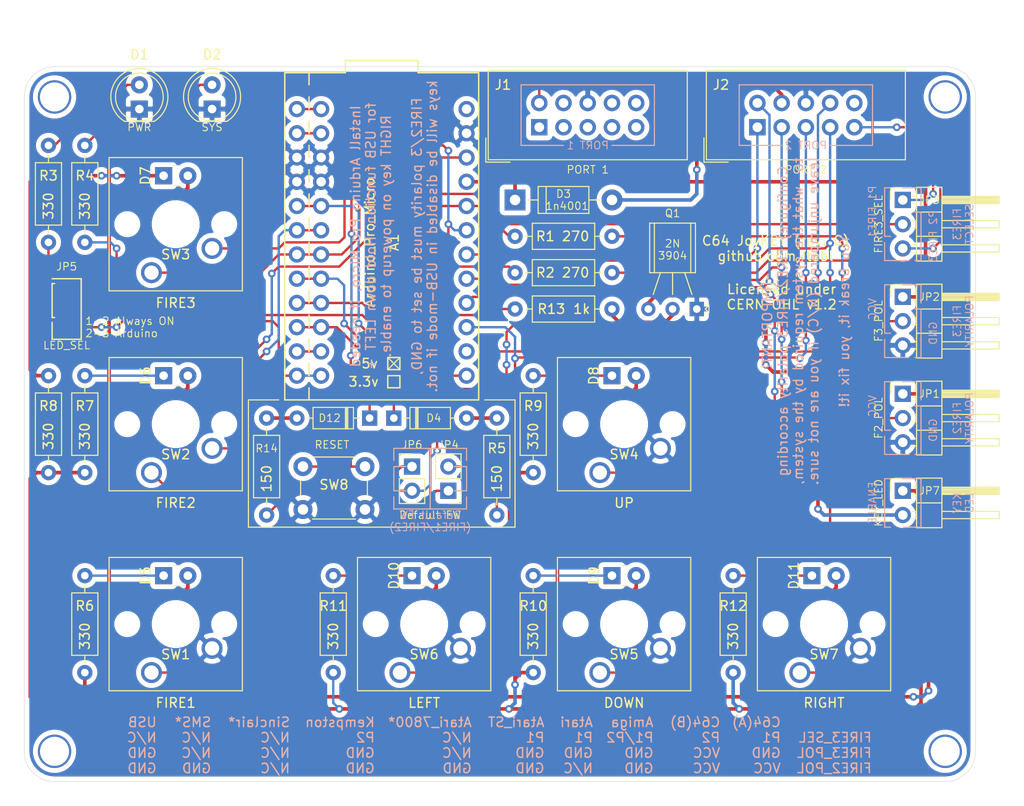
<source format=kicad_pcb>
(kicad_pcb (version 20171130) (host pcbnew "(5.1.8)-1")
  (layers (0 F.Cu signal) (31 B.Cu signal) (34 B.Paste user) (35 F.Paste user) (36 B.SilkS user) (37 F.SilkS user) (38 B.Mask user) (39 F.Mask user) (44 Edge.Cuts user))
  (net 0 "")
  (net 1 P1_FIRE1)
  (net 2 GND)
  (net 3 P2_FIRE2)
  (net 4 VCC)
  (net 5 P2_FIRE1)
  (net 6 P2_FIRE3)
  (net 7 P2_RIGHT)
  (net 8 P2_LEFT)
  (net 9 P2_DOWN)
  (net 10 P2_UP)
  (net 11 "Net-(JP1-Pad2)")
  (net 12 "Net-(JP2-Pad2)")
  (net 13 "Net-(A1-Pad2)")
  (net 14 "Net-(A1-Pad1)")
  (net 15 "Net-(A1-Pad22)")
  (net 16 "Net-(D1-Pad2)")
  (net 17 "Net-(D2-Pad2)")
  (net 18 "Net-(A1-Pad11)")
  (net 19 /FIRE3_IN)
  (net 20 /FIRE1_IN)
  (net 21 "Net-(JP5-Pad2)")
  (net 22 /FIRE2_IN)
  (net 23 "Net-(D3-Pad2)")
  (net 24 /FIRE1_OUT)
  (net 25 "Net-(D4-Pad2)")
  (net 26 FIRE3_POL)
  (net 27 FIRE2_POL)
  (net 28 "Net-(D5-Pad1)")
  (net 29 "Net-(D6-Pad1)")
  (net 30 "Net-(D7-Pad1)")
  (net 31 "Net-(D8-Pad1)")
  (net 32 "Net-(D9-Pad1)")
  (net 33 "Net-(D10-Pad1)")
  (net 34 "Net-(D11-Pad1)")
  (net 35 "Net-(Q1-Pad2)")
  (net 36 "Net-(JP7-Pad1)")
  (net 37 "Net-(JP7-Pad2)")
  (net 38 /FIRE2_OUT)
  (net 39 "Net-(D12-Pad2)")
  (net 40 /PWR)
  (net 41 /UNDERGLOW)
  (net 42 /SYS)
  (module Resistor_THT:R_Axial_DIN0207_L6.3mm_D2.5mm_P10.16mm_Horizontal (layer F.Cu) (at 166.37 119.38 270)
    (fp_text reference R14 (at 3.175 0 180) (layer F.SilkS) (effects (font (size 0.8 0.8) (thickness 0.1))))
    (fp_text value 150 (at 6.35 0 90) (layer F.SilkS))
    (pad 1 thru_hole circle (at 0 0 270) (size 1.6 1.6) (drill 0.8) (layers *.Cu *.Mask) (net 39 "Net-(D12-Pad2)"))
    (pad 2 thru_hole oval (at 10.16 0 270) (size 1.6 1.6) (drill 0.8) (layers *.Cu *.Mask) (net 3 P2_FIRE2))
  )
  (module Diode_THT:D_DO-35_SOD27_P7.62mm_Horizontal (layer F.Cu) (at 179.705 119.38)
    (fp_text reference D4 (at 4.191 0) (layer F.SilkS) (effects (font (size 0.8 0.8) (thickness 0.1))))
    (fp_text value 1n4148)
    (pad 1 thru_hole rect (at 0 0) (size 1.6 1.6) (drill 0.8) (layers *.Cu *.Mask) (net 24 /FIRE1_OUT))
    (pad 2 thru_hole oval (at 7.62 0) (size 1.6 1.6) (drill 0.8) (layers *.Cu *.Mask) (net 25 "Net-(D4-Pad2)"))
  )
  (module LED_THT:LED_Rectangular_W3.0mm_H2.0mm (layer F.Cu) (at 155.575 93.98)
    (fp_text reference D7 (at -1.905 0 90) (layer F.SilkS))
    (fp_text value LED)
    (pad 2 thru_hole circle (at 2.54 0) (size 1.8 1.8) (drill 0.9) (layers *.Cu *.Mask) (net 4 VCC))
    (pad 1 thru_hole rect (at 0 0) (size 1.8 1.8) (drill 0.9) (layers *.Cu *.Mask) (net 30 "Net-(D7-Pad1)"))
  )
  (module Resistor_THT:R_Axial_DIN0207_L6.3mm_D2.5mm_P10.16mm_Horizontal (layer F.Cu) (at 147.32 135.89 270)
    (fp_text reference R6 (at 3.175 0 180) (layer F.SilkS))
    (fp_text value 330 (at 6.35 0 90) (layer F.SilkS))
    (pad 2 thru_hole oval (at 10.16 0 270) (size 1.6 1.6) (drill 0.8) (layers *.Cu *.Mask) (net 36 "Net-(JP7-Pad1)"))
    (pad 1 thru_hole circle (at 0 0 270) (size 1.6 1.6) (drill 0.8) (layers *.Cu *.Mask) (net 28 "Net-(D5-Pad1)"))
  )
  (module Button_Switch_Keyboard:SW_Cherry_MX_1.00u_PCB (layer F.Cu) (at 154.305 146.05 180)
    (fp_text reference SW1 (at -2.54 1.905) (layer F.SilkS))
    (fp_text value FIRE1 (at -2.54 -3.175) (layer F.SilkS))
    (pad 1 thru_hole circle (at 0 0 180) (size 2.2 2.2) (drill 1.5) (layers *.Cu *.Mask) (net 20 /FIRE1_IN))
    (pad 2 thru_hole circle (at -6.35 2.54 180) (size 2.2 2.2) (drill 1.5) (layers *.Cu *.Mask) (net 2 GND))
    (pad "" np_thru_hole circle (at -2.54 5.08 180) (size 4 4) (drill 4) (layers *.Cu *.Mask))
    (pad "" np_thru_hole circle (at -7.62 5.08 180) (size 1.7 1.7) (drill 1.7) (layers *.Cu *.Mask))
    (pad "" np_thru_hole circle (at 2.54 5.08 180) (size 1.7 1.7) (drill 1.7) (layers *.Cu *.Mask))
  )
  (module solder_bridge:select (layer F.Cu) (at 145.415 106.045)
    (fp_text reference JP5 hide)
    (fp_text value LED_SEL (at 0 5.715 180) (layer F.SilkS) (effects (font (size 0.8 0.8) (thickness 0.1))))
    (fp_text user %R (at 0 -2.54 180) (layer F.SilkS) (effects (font (size 0.8 0.8) (thickness 0.1))))
    (pad 3 smd oval (at 0 3.81) (size 2 1.5) (layers F.Cu F.Paste F.Mask) (net 40 /PWR))
    (pad 2 smd oval (at 0 1.905) (size 2 1.5) (layers F.Cu F.Paste F.Mask) (net 21 "Net-(JP5-Pad2)"))
    (pad 1 smd rect (at 0 0) (size 2 1.5) (layers F.Cu F.Paste F.Mask) (net 4 VCC))
  )
  (module 2n3904:2N3904_TO-92_Horizontal_FlatSideDown (layer F.Cu) (at 210.185 107.95 180)
    (fp_text reference Q1 (at 1.27 10.033 180) (layer F.SilkS) (effects (font (size 0.8 0.8) (thickness 0.1))))
    (fp_text value 2N3904)
    (fp_text user 3904 (at 1.27 5.588 unlocked) (layer F.SilkS) (effects (font (size 0.8 0.8) (thickness 0.1))))
    (fp_text user 2N (at 1.27 6.858 unlocked) (layer F.SilkS) (effects (font (size 0.8 0.8) (thickness 0.1))))
    (pad 1 thru_hole rect (at -1.27 0 180) (size 1.5 1.5) (drill 0.8) (layers *.Cu *.Mask) (net 2 GND))
    (pad 3 thru_hole oval (at 3.81 0 180) (size 1.5 1.5) (drill 0.8) (layers *.Cu *.Mask) (net 37 "Net-(JP7-Pad2)"))
    (pad 2 thru_hole oval (at 1.27 0 180) (size 1.5 1.5) (drill 0.8) (layers *.Cu *.Mask) (net 35 "Net-(Q1-Pad2)"))
  )
  (module Resistor_THT:R_Axial_DIN0207_L6.3mm_D2.5mm_P10.16mm_Horizontal (layer F.Cu) (at 202.565 107.95 180)
    (fp_text reference R13 (at 6.35 0 180) (layer F.SilkS))
    (fp_text value 1k (at 3.175 0) (layer F.SilkS))
    (pad 1 thru_hole circle (at 0 0 180) (size 1.6 1.6) (drill 0.8) (layers *.Cu *.Mask) (net 35 "Net-(Q1-Pad2)"))
    (pad 2 thru_hole oval (at 10.16 0 180) (size 1.6 1.6) (drill 0.8) (layers *.Cu *.Mask) (net 41 /UNDERGLOW))
  )
  (module Resistor_THT:R_Axial_DIN0207_L6.3mm_D2.5mm_P10.16mm_Horizontal (layer F.Cu) (at 143.51 114.935 270)
    (fp_text reference R8 (at 3.175 0 180) (layer F.SilkS))
    (fp_text value 330 (at 6.35 0 90) (layer F.SilkS))
    (pad 1 thru_hole circle (at 0 0 270) (size 1.6 1.6) (drill 0.8) (layers *.Cu *.Mask) (net 30 "Net-(D7-Pad1)"))
    (pad 2 thru_hole oval (at 10.16 0 270) (size 1.6 1.6) (drill 0.8) (layers *.Cu *.Mask) (net 36 "Net-(JP7-Pad1)"))
  )
  (module Resistor_THT:R_Axial_DIN0207_L6.3mm_D2.5mm_P10.16mm_Horizontal (layer F.Cu) (at 147.32 114.935 270)
    (fp_text reference R7 (at 3.175 0 180) (layer F.SilkS))
    (fp_text value 330 (at 6.35 0 90) (layer F.SilkS))
    (pad 2 thru_hole oval (at 10.16 0 270) (size 1.6 1.6) (drill 0.8) (layers *.Cu *.Mask) (net 36 "Net-(JP7-Pad1)"))
    (pad 1 thru_hole circle (at 0 0 270) (size 1.6 1.6) (drill 0.8) (layers *.Cu *.Mask) (net 29 "Net-(D6-Pad1)"))
  )
  (module arduino_pro_micro:Arduino_Pro_Micro (layer F.Cu) (at 178.435 100.965)
    (fp_text reference A1 (at 1.27 0 90) (layer F.SilkS))
    (fp_text value Arduino_Pro_Micro (at -1.27 0 90) (layer F.SilkS))
    (fp_text user 3.3v (at -1.905 14.605) (layer F.SilkS))
    (fp_text user 5v (at -1.27 12.7) (layer F.SilkS))
    (pad 12 thru_hole circle (at -6.35 13.97) (size 1.7 1.7) (drill 1) (layers *.Cu *.Mask) (net 40 /PWR))
    (pad 11 thru_hole circle (at -6.35 11.43) (size 1.7 1.7) (drill 1) (layers *.Cu *.Mask) (net 18 "Net-(A1-Pad11)"))
    (pad 10 thru_hole circle (at -6.35 8.89) (size 1.7 1.7) (drill 1) (layers *.Cu *.Mask) (net 38 /FIRE2_OUT))
    (pad 9 thru_hole circle (at -6.35 6.35) (size 1.7 1.7) (drill 1) (layers *.Cu *.Mask) (net 41 /UNDERGLOW))
    (pad 8 thru_hole circle (at -6.35 3.81) (size 1.7 1.7) (drill 1) (layers *.Cu *.Mask) (net 24 /FIRE1_OUT))
    (pad 7 thru_hole circle (at -6.35 1.27) (size 1.7 1.7) (drill 1) (layers *.Cu *.Mask) (net 19 /FIRE3_IN))
    (pad 6 thru_hole circle (at -6.35 -1.27) (size 1.7 1.7) (drill 1) (layers *.Cu *.Mask) (net 22 /FIRE2_IN))
    (pad 5 thru_hole circle (at -6.35 -3.81) (size 1.7 1.7) (drill 1) (layers *.Cu *.Mask) (net 20 /FIRE1_IN))
    (pad 4 thru_hole circle (at -6.35 -6.35) (size 1.7 1.7) (drill 1) (layers *.Cu *.Mask) (net 2 GND))
    (pad 3 thru_hole circle (at -6.35 -8.89) (size 1.7 1.7) (drill 1) (layers *.Cu *.Mask) (net 2 GND))
    (pad 2 thru_hole circle (at -6.35 -11.43) (size 1.7 1.7) (drill 1) (layers *.Cu *.Mask) (net 13 "Net-(A1-Pad2)"))
    (pad 1 thru_hole circle (at -6.35 -13.97) (size 1.7 1.7) (drill 1) (layers *.Cu *.Mask) (net 14 "Net-(A1-Pad1)"))
    (pad 2 thru_hole circle (at -8.89 -11.43) (size 1.7 1.7) (drill 1) (layers *.Cu *.Mask) (net 13 "Net-(A1-Pad2)"))
    (pad 3 thru_hole circle (at -8.89 -8.89) (size 1.7 1.7) (drill 1) (layers *.Cu *.Mask) (net 2 GND))
    (pad 4 thru_hole circle (at -8.89 -6.35) (size 1.7 1.7) (drill 1) (layers *.Cu *.Mask) (net 2 GND))
    (pad 5 thru_hole circle (at -8.89 -3.81) (size 1.7 1.7) (drill 1) (layers *.Cu *.Mask) (net 20 /FIRE1_IN))
    (pad 6 thru_hole circle (at -8.89 -1.27) (size 1.7 1.7) (drill 1) (layers *.Cu *.Mask) (net 22 /FIRE2_IN))
    (pad 7 thru_hole circle (at -8.89 1.27) (size 1.7 1.7) (drill 1) (layers *.Cu *.Mask) (net 19 /FIRE3_IN))
    (pad 8 thru_hole circle (at -8.89 3.81) (size 1.7 1.7) (drill 1) (layers *.Cu *.Mask) (net 24 /FIRE1_OUT))
    (pad 9 thru_hole circle (at -8.89 6.35) (size 1.7 1.7) (drill 1) (layers *.Cu *.Mask) (net 41 /UNDERGLOW))
    (pad 10 thru_hole circle (at -8.89 8.89) (size 1.7 1.7) (drill 1) (layers *.Cu *.Mask) (net 38 /FIRE2_OUT))
    (pad 11 thru_hole circle (at -8.89 11.43) (size 1.7 1.7) (drill 1) (layers *.Cu *.Mask) (net 18 "Net-(A1-Pad11)"))
    (pad 12 thru_hole circle (at -8.89 13.97) (size 1.7 1.7) (drill 1) (layers *.Cu *.Mask) (net 40 /PWR))
    (pad 13 thru_hole circle (at 8.89 13.97) (size 1.7 1.7) (drill 1) (layers *.Cu *.Mask) (net 42 /SYS))
    (pad 14 thru_hole circle (at 8.89 11.43) (size 1.7 1.7) (drill 1) (layers *.Cu *.Mask))
    (pad 15 thru_hole circle (at 8.89 8.89) (size 1.7 1.7) (drill 1) (layers *.Cu *.Mask) (net 8 P2_LEFT))
    (pad 16 thru_hole circle (at 8.89 6.35) (size 1.7 1.7) (drill 1) (layers *.Cu *.Mask) (net 9 P2_DOWN))
    (pad 17 thru_hole circle (at 8.89 3.81) (size 1.7 1.7) (drill 1) (layers *.Cu *.Mask) (net 7 P2_RIGHT))
    (pad 18 thru_hole circle (at 8.89 1.27) (size 1.7 1.7) (drill 1) (layers *.Cu *.Mask) (net 10 P2_UP))
    (pad 19 thru_hole circle (at 8.89 -1.27) (size 1.7 1.7) (drill 1) (layers *.Cu *.Mask) (net 26 FIRE3_POL))
    (pad 20 thru_hole circle (at 8.89 -3.81) (size 1.7 1.7) (drill 1) (layers *.Cu *.Mask) (net 27 FIRE2_POL))
    (pad 21 thru_hole circle (at 8.89 -6.35) (size 1.7 1.7) (drill 1) (layers *.Cu *.Mask) (net 4 VCC))
    (pad 22 thru_hole circle (at 8.89 -8.89) (size 1.7 1.7) (drill 1) (layers *.Cu *.Mask) (net 15 "Net-(A1-Pad22)"))
    (pad 23 thru_hole circle (at 8.89 -11.43) (size 1.7 1.7) (drill 1) (layers *.Cu *.Mask) (net 2 GND))
    (pad 24 thru_hole circle (at 8.89 -13.97) (size 1.7 1.7) (drill 1) (layers *.Cu *.Mask))
    (pad 1 thru_hole circle (at -8.89 -13.97) (size 1.7 1.7) (drill 1) (layers *.Cu *.Mask) (net 14 "Net-(A1-Pad1)"))
  )
  (module Button_Switch_Keyboard:SW_Cherry_MX_1.00u_PCB (layer F.Cu) (at 154.305 125.095 180)
    (fp_text reference SW2 (at -2.54 1.905) (layer F.SilkS))
    (fp_text value FIRE2 (at -2.54 -3.175) (layer F.SilkS))
    (pad "" np_thru_hole circle (at 2.54 5.08 180) (size 1.7 1.7) (drill 1.7) (layers *.Cu *.Mask))
    (pad "" np_thru_hole circle (at -7.62 5.08 180) (size 1.7 1.7) (drill 1.7) (layers *.Cu *.Mask))
    (pad "" np_thru_hole circle (at -2.54 5.08 180) (size 4 4) (drill 4) (layers *.Cu *.Mask))
    (pad 2 thru_hole circle (at -6.35 2.54 180) (size 2.2 2.2) (drill 1.5) (layers *.Cu *.Mask) (net 27 FIRE2_POL))
    (pad 1 thru_hole circle (at 0 0 180) (size 2.2 2.2) (drill 1.5) (layers *.Cu *.Mask) (net 22 /FIRE2_IN))
  )
  (module Button_Switch_Keyboard:SW_Cherry_MX_1.00u_PCB (layer F.Cu) (at 154.305 104.14 180)
    (fp_text reference SW3 (at -2.54 1.905) (layer F.SilkS))
    (fp_text value FIRE3 (at -2.54 -3.175) (layer F.SilkS))
    (pad 1 thru_hole circle (at 0 0 180) (size 2.2 2.2) (drill 1.5) (layers *.Cu *.Mask) (net 19 /FIRE3_IN))
    (pad 2 thru_hole circle (at -6.35 2.54 180) (size 2.2 2.2) (drill 1.5) (layers *.Cu *.Mask) (net 26 FIRE3_POL))
    (pad "" np_thru_hole circle (at -2.54 5.08 180) (size 4 4) (drill 4) (layers *.Cu *.Mask))
    (pad "" np_thru_hole circle (at -7.62 5.08 180) (size 1.7 1.7) (drill 1.7) (layers *.Cu *.Mask))
    (pad "" np_thru_hole circle (at 2.54 5.08 180) (size 1.7 1.7) (drill 1.7) (layers *.Cu *.Mask))
  )
  (module Button_Switch_Keyboard:SW_Cherry_MX_1.00u_PCB (layer F.Cu) (at 201.295 125.095 180)
    (fp_text reference SW4 (at -2.54 1.905) (layer F.SilkS))
    (fp_text value UP (at -2.54 -3.175) (layer F.SilkS))
    (pad "" np_thru_hole circle (at 2.54 5.08 180) (size 1.7 1.7) (drill 1.7) (layers *.Cu *.Mask))
    (pad "" np_thru_hole circle (at -7.62 5.08 180) (size 1.7 1.7) (drill 1.7) (layers *.Cu *.Mask))
    (pad "" np_thru_hole circle (at -2.54 5.08 180) (size 4 4) (drill 4) (layers *.Cu *.Mask))
    (pad 2 thru_hole circle (at -6.35 2.54 180) (size 2.2 2.2) (drill 1.5) (layers *.Cu *.Mask) (net 2 GND))
    (pad 1 thru_hole circle (at 0 0 180) (size 2.2 2.2) (drill 1.5) (layers *.Cu *.Mask) (net 10 P2_UP))
  )
  (module Button_Switch_Keyboard:SW_Cherry_MX_1.00u_PCB (layer F.Cu) (at 201.295 146.05 180)
    (fp_text reference SW5 (at -2.54 1.905) (layer F.SilkS))
    (fp_text value DOWN (at -2.54 -3.175) (layer F.SilkS))
    (pad 1 thru_hole circle (at 0 0 180) (size 2.2 2.2) (drill 1.5) (layers *.Cu *.Mask) (net 9 P2_DOWN))
    (pad 2 thru_hole circle (at -6.35 2.54 180) (size 2.2 2.2) (drill 1.5) (layers *.Cu *.Mask) (net 2 GND))
    (pad "" np_thru_hole circle (at -2.54 5.08 180) (size 4 4) (drill 4) (layers *.Cu *.Mask))
    (pad "" np_thru_hole circle (at -7.62 5.08 180) (size 1.7 1.7) (drill 1.7) (layers *.Cu *.Mask))
    (pad "" np_thru_hole circle (at 2.54 5.08 180) (size 1.7 1.7) (drill 1.7) (layers *.Cu *.Mask))
  )
  (module Button_Switch_Keyboard:SW_Cherry_MX_1.00u_PCB (layer F.Cu) (at 180.34 146.05 180)
    (fp_text reference SW6 (at -2.54 1.905) (layer F.SilkS))
    (fp_text value LEFT (at -2.54 -3.175) (layer F.SilkS))
    (pad "" np_thru_hole circle (at 2.54 5.08 180) (size 1.7 1.7) (drill 1.7) (layers *.Cu *.Mask))
    (pad "" np_thru_hole circle (at -7.62 5.08 180) (size 1.7 1.7) (drill 1.7) (layers *.Cu *.Mask))
    (pad "" np_thru_hole circle (at -2.54 5.08 180) (size 4 4) (drill 4) (layers *.Cu *.Mask))
    (pad 2 thru_hole circle (at -6.35 2.54 180) (size 2.2 2.2) (drill 1.5) (layers *.Cu *.Mask) (net 2 GND))
    (pad 1 thru_hole circle (at 0 0 180) (size 2.2 2.2) (drill 1.5) (layers *.Cu *.Mask) (net 8 P2_LEFT))
  )
  (module Button_Switch_Keyboard:SW_Cherry_MX_1.00u_PCB (layer F.Cu) (at 222.25 146.05 180)
    (fp_text reference SW7 (at -2.54 1.905) (layer F.SilkS))
    (fp_text value RIGHT (at -2.54 -3.175) (layer F.SilkS))
    (pad 1 thru_hole circle (at 0 0 180) (size 2.2 2.2) (drill 1.5) (layers *.Cu *.Mask) (net 7 P2_RIGHT))
    (pad 2 thru_hole circle (at -6.35 2.54 180) (size 2.2 2.2) (drill 1.5) (layers *.Cu *.Mask) (net 2 GND))
    (pad "" np_thru_hole circle (at -2.54 5.08 180) (size 4 4) (drill 4) (layers *.Cu *.Mask))
    (pad "" np_thru_hole circle (at -7.62 5.08 180) (size 1.7 1.7) (drill 1.7) (layers *.Cu *.Mask))
    (pad "" np_thru_hole circle (at 2.54 5.08 180) (size 1.7 1.7) (drill 1.7) (layers *.Cu *.Mask))
  )
  (module mounting:M3_pin (layer F.Cu) (at 144.145 154.305)
    (fp_text reference M1 hide)
    (fp_text value Mounting hide)
    (pad 1 thru_hole circle (at 0 0) (size 3.5 3.5) (drill 3.048) (layers *.Cu *.Mask))
  )
  (module mounting:M3_pin (layer F.Cu) (at 237.49 154.305)
    (fp_text reference M2 hide)
    (fp_text value Mounting hide)
    (pad 1 thru_hole circle (at 0 0) (size 3.5 3.5) (drill 3.048) (layers *.Cu *.Mask))
  )
  (module mounting:M3_pin (layer F.Cu) (at 237.49 85.725)
    (fp_text reference M3 hide)
    (fp_text value Mounting hide)
    (pad 1 thru_hole circle (at 0 0) (size 3.5 3.5) (drill 3.048) (layers *.Cu *.Mask))
  )
  (module mounting:M3_pin (layer F.Cu) (at 144.145 85.725)
    (fp_text reference M4 hide)
    (fp_text value Mounting hide)
    (pad 1 thru_hole circle (at 0 0) (size 3.5 3.5) (drill 3.048) (layers *.Cu *.Mask))
  )
  (module LEDs:LED_D5.0mm (layer F.Cu) (at 153.035 86.995 90)
    (fp_text reference D1 (at 5.715 0 180) (layer F.SilkS))
    (fp_text value PWR (at -1.905 0 180) (layer F.SilkS) (effects (font (size 0.8 0.8) (thickness 0.1))))
    (pad 2 thru_hole circle (at 2.54 0 90) (size 1.8 1.8) (drill 0.9) (layers *.Cu *.Mask) (net 16 "Net-(D1-Pad2)"))
    (pad 1 thru_hole rect (at 0 0 90) (size 1.8 1.8) (drill 0.9) (layers *.Cu *.Mask) (net 2 GND))
  )
  (module LEDs:LED_D5.0mm (layer F.Cu) (at 160.655 86.995 90)
    (fp_text reference D2 (at 5.715 0 180) (layer F.SilkS))
    (fp_text value SYS (at -1.905 0 180) (layer F.SilkS) (effects (font (size 0.8 0.8) (thickness 0.1))))
    (pad 1 thru_hole rect (at 0 0 90) (size 1.8 1.8) (drill 0.9) (layers *.Cu *.Mask) (net 2 GND))
    (pad 2 thru_hole circle (at 2.54 0 90) (size 1.8 1.8) (drill 0.9) (layers *.Cu *.Mask) (net 17 "Net-(D2-Pad2)"))
  )
  (module Buttons_Switches_THT:SW_PUSH_6mm (layer F.Cu) (at 170.18 124.46)
    (fp_text reference SW8 (at 3.25 1.905) (layer F.SilkS))
    (fp_text value RESET (at 3.048 -2.286) (layer F.SilkS) (effects (font (size 0.8 0.8) (thickness 0.1))))
    (pad 1 thru_hole circle (at 6.5 0 90) (size 2 2) (drill 1.1) (layers *.Cu *.Mask) (net 15 "Net-(A1-Pad22)"))
    (pad 2 thru_hole circle (at 6.5 4.5 90) (size 2 2) (drill 1.1) (layers *.Cu *.Mask) (net 2 GND))
    (pad 1 thru_hole circle (at 0 0 90) (size 2 2) (drill 1.1) (layers *.Cu *.Mask) (net 15 "Net-(A1-Pad22)"))
    (pad 2 thru_hole circle (at 0 4.5 90) (size 2 2) (drill 1.1) (layers *.Cu *.Mask) (net 2 GND))
  )
  (module Pin_Headers:Pin_Header_Angled_1x03_Pitch2.54mm (layer F.Cu) (at 233.045 116.84)
    (fp_text reference JP1 (at 2.794 0 180) (layer F.SilkS) (effects (font (size 0.8 0.8) (thickness 0.1))))
    (fp_text value F2_POL (at -2.54 2.54 90) (layer F.SilkS) (effects (font (size 0.8 0.8) (thickness 0.1))))
    (pad 1 thru_hole rect (at 0 0) (size 1.7 1.7) (drill 1) (layers *.Cu *.Mask) (net 4 VCC))
    (pad 2 thru_hole oval (at 0 2.54) (size 1.7 1.7) (drill 1) (layers *.Cu *.Mask) (net 11 "Net-(JP1-Pad2)"))
    (pad 3 thru_hole oval (at 0 5.08) (size 1.7 1.7) (drill 1) (layers *.Cu *.Mask) (net 2 GND))
  )
  (module Pin_Headers:Pin_Header_Angled_1x03_Pitch2.54mm (layer F.Cu) (at 233.045 106.68)
    (fp_text reference JP2 (at 2.794 0 180) (layer F.SilkS) (effects (font (size 0.8 0.8) (thickness 0.1))))
    (fp_text value F3_POL (at -2.54 2.54 90) (layer F.SilkS) (effects (font (size 0.8 0.8) (thickness 0.1))))
    (pad 3 thru_hole oval (at 0 5.08) (size 1.7 1.7) (drill 1) (layers *.Cu *.Mask) (net 2 GND))
    (pad 2 thru_hole oval (at 0 2.54) (size 1.7 1.7) (drill 1) (layers *.Cu *.Mask) (net 12 "Net-(JP2-Pad2)"))
    (pad 1 thru_hole rect (at 0 0) (size 1.7 1.7) (drill 1) (layers *.Cu *.Mask) (net 4 VCC))
  )
  (module Pin_Headers:Pin_Header_Angled_1x03_Pitch2.54mm (layer F.Cu) (at 233.045 96.52)
    (fp_text reference JP3 (at 2.794 0 180) (layer F.SilkS) (effects (font (size 0.8 0.8) (thickness 0.1))))
    (fp_text value FIRE3_SEL (at -2.54 2.54 90) (layer F.SilkS) (effects (font (size 0.8 0.8) (thickness 0.1))))
    (pad 3 thru_hole oval (at 0 5.08) (size 1.7 1.7) (drill 1) (layers *.Cu *.Mask) (net 6 P2_FIRE3))
    (pad 2 thru_hole oval (at 0 2.54) (size 1.7 1.7) (drill 1) (layers *.Cu *.Mask) (net 19 /FIRE3_IN))
    (pad 1 thru_hole rect (at 0 0) (size 1.7 1.7) (drill 1) (layers *.Cu *.Mask) (net 1 P1_FIRE1))
  )
  (module "C64 IDC:IDC_Joystick" (layer F.Cu) (at 194.945 88.9 90)
    (fp_text reference J1 (at 4.445 -3.81 180) (layer F.SilkS))
    (fp_text value Port_1 hide)
    (pad 1 thru_hole rect (at 0 0 90) (size 1.7272 1.7272) (drill 1.016) (layers *.Cu *.Mask))
    (pad 2 thru_hole oval (at 0 2.54 90) (size 1.7272 1.7272) (drill 1.016) (layers *.Cu *.Mask))
    (pad 3 thru_hole oval (at 0 5.08 90) (size 1.7272 1.7272) (drill 1.016) (layers *.Cu *.Mask))
    (pad 4 thru_hole oval (at 0 7.62 90) (size 1.7272 1.7272) (drill 1.016) (layers *.Cu *.Mask))
    (pad 5 thru_hole oval (at 0 10.16 90) (size 1.7272 1.7272) (drill 1.016) (layers *.Cu *.Mask))
    (pad 6 thru_hole oval (at 2.54 0 90) (size 1.7272 1.7272) (drill 1.016) (layers *.Cu *.Mask) (net 1 P1_FIRE1))
    (pad 7 thru_hole oval (at 2.54 2.54 90) (size 1.7272 1.7272) (drill 1.016) (layers *.Cu *.Mask))
    (pad 8 thru_hole oval (at 2.54 5.08 90) (size 1.7272 1.7272) (drill 1.016) (layers *.Cu *.Mask) (net 2 GND))
    (pad 9 thru_hole oval (at 2.54 7.62 90) (size 1.7272 1.7272) (drill 1.016) (layers *.Cu *.Mask))
    (pad 10 thru_hole oval (at 2.54 10.16 90) (size 1.7272 1.7272) (drill 1.016) (layers *.Cu *.Mask))
  )
  (module "C64 IDC:IDC_Joystick" (layer F.Cu) (at 217.805 88.9 90)
    (fp_text reference J2 (at 4.445 -3.81 180) (layer F.SilkS))
    (fp_text value Port_2 hide)
    (pad 10 thru_hole oval (at 2.54 10.16 90) (size 1.7272 1.7272) (drill 1.016) (layers *.Cu *.Mask))
    (pad 9 thru_hole oval (at 2.54 7.62 90) (size 1.7272 1.7272) (drill 1.016) (layers *.Cu *.Mask) (net 3 P2_FIRE2))
    (pad 8 thru_hole oval (at 2.54 5.08 90) (size 1.7272 1.7272) (drill 1.016) (layers *.Cu *.Mask) (net 2 GND))
    (pad 7 thru_hole oval (at 2.54 2.54 90) (size 1.7272 1.7272) (drill 1.016) (layers *.Cu *.Mask) (net 23 "Net-(D3-Pad2)"))
    (pad 6 thru_hole oval (at 2.54 0 90) (size 1.7272 1.7272) (drill 1.016) (layers *.Cu *.Mask) (net 5 P2_FIRE1))
    (pad 5 thru_hole oval (at 0 10.16 90) (size 1.7272 1.7272) (drill 1.016) (layers *.Cu *.Mask) (net 6 P2_FIRE3))
    (pad 4 thru_hole oval (at 0 7.62 90) (size 1.7272 1.7272) (drill 1.016) (layers *.Cu *.Mask) (net 7 P2_RIGHT))
    (pad 3 thru_hole oval (at 0 5.08 90) (size 1.7272 1.7272) (drill 1.016) (layers *.Cu *.Mask) (net 8 P2_LEFT))
    (pad 2 thru_hole oval (at 0 2.54 90) (size 1.7272 1.7272) (drill 1.016) (layers *.Cu *.Mask) (net 9 P2_DOWN))
    (pad 1 thru_hole rect (at 0 0 90) (size 1.7272 1.7272) (drill 1.016) (layers *.Cu *.Mask) (net 10 P2_UP))
  )
  (module Diodes_THT:D_DO-41_SOD81_P10.16mm_Horizontal (layer F.Cu) (at 192.405 96.52)
    (fp_text reference D3 (at 5.08 -0.635) (layer F.SilkS) (effects (font (size 0.8 0.8) (thickness 0.1))))
    (fp_text value 1n4001 (at 5.461 0.635) (layer F.SilkS) (effects (font (size 0.8 0.8) (thickness 0.1))))
    (pad 2 thru_hole oval (at 10.16 0) (size 2.2 2.2) (drill 1.1) (layers *.Cu *.Mask) (net 23 "Net-(D3-Pad2)"))
    (pad 1 thru_hole rect (at 0 0) (size 2.2 2.2) (drill 1.1) (layers *.Cu *.Mask) (net 4 VCC))
  )
  (module LED_THT:LED_Rectangular_W3.0mm_H2.0mm (layer F.Cu) (at 155.575 135.89)
    (fp_text reference D5 (at -1.905 0 90) (layer F.SilkS))
    (fp_text value LED)
    (pad 2 thru_hole circle (at 2.54 0) (size 1.8 1.8) (drill 0.9) (layers *.Cu *.Mask) (net 4 VCC))
    (pad 1 thru_hole rect (at 0 0) (size 1.8 1.8) (drill 0.9) (layers *.Cu *.Mask) (net 28 "Net-(D5-Pad1)"))
  )
  (module LED_THT:LED_Rectangular_W3.0mm_H2.0mm (layer F.Cu) (at 155.575 114.935)
    (fp_text reference D6 (at -1.905 0 90) (layer F.SilkS))
    (fp_text value LED)
    (pad 2 thru_hole circle (at 2.54 0) (size 1.8 1.8) (drill 0.9) (layers *.Cu *.Mask) (net 4 VCC))
    (pad 1 thru_hole rect (at 0 0) (size 1.8 1.8) (drill 0.9) (layers *.Cu *.Mask) (net 29 "Net-(D6-Pad1)"))
  )
  (module LED_THT:LED_Rectangular_W3.0mm_H2.0mm (layer F.Cu) (at 202.565 114.935)
    (fp_text reference D8 (at -1.905 0 90) (layer F.SilkS))
    (fp_text value LED)
    (pad 1 thru_hole rect (at 0 0) (size 1.8 1.8) (drill 0.9) (layers *.Cu *.Mask) (net 31 "Net-(D8-Pad1)"))
    (pad 2 thru_hole circle (at 2.54 0) (size 1.8 1.8) (drill 0.9) (layers *.Cu *.Mask) (net 4 VCC))
  )
  (module LED_THT:LED_Rectangular_W3.0mm_H2.0mm (layer F.Cu) (at 202.565 135.89)
    (fp_text reference D9 (at -1.905 0 90) (layer F.SilkS))
    (fp_text value LED)
    (pad 1 thru_hole rect (at 0 0) (size 1.8 1.8) (drill 0.9) (layers *.Cu *.Mask) (net 32 "Net-(D9-Pad1)"))
    (pad 2 thru_hole circle (at 2.54 0) (size 1.8 1.8) (drill 0.9) (layers *.Cu *.Mask) (net 4 VCC))
  )
  (module LED_THT:LED_Rectangular_W3.0mm_H2.0mm (layer F.Cu) (at 181.61 135.89)
    (fp_text reference D10 (at -1.905 0 90) (layer F.SilkS))
    (fp_text value LED)
    (pad 2 thru_hole circle (at 2.54 0) (size 1.8 1.8) (drill 0.9) (layers *.Cu *.Mask) (net 4 VCC))
    (pad 1 thru_hole rect (at 0 0) (size 1.8 1.8) (drill 0.9) (layers *.Cu *.Mask) (net 33 "Net-(D10-Pad1)"))
  )
  (module LED_THT:LED_Rectangular_W3.0mm_H2.0mm (layer F.Cu) (at 223.52 135.89)
    (fp_text reference D11 (at -1.905 0 90) (layer F.SilkS))
    (fp_text value LED)
    (pad 1 thru_hole rect (at 0 0) (size 1.8 1.8) (drill 0.9) (layers *.Cu *.Mask) (net 34 "Net-(D11-Pad1)"))
    (pad 2 thru_hole circle (at 2.54 0) (size 1.8 1.8) (drill 0.9) (layers *.Cu *.Mask) (net 4 VCC))
  )
  (module Resistor_THT:R_Axial_DIN0207_L6.3mm_D2.5mm_P10.16mm_Horizontal (layer F.Cu) (at 192.405 100.33)
    (fp_text reference R1 (at 3.175 0) (layer F.SilkS))
    (fp_text value 270 (at 6.35 0) (layer F.SilkS))
    (pad 1 thru_hole circle (at 0 0) (size 1.6 1.6) (drill 0.8) (layers *.Cu *.Mask) (net 27 FIRE2_POL))
    (pad 2 thru_hole oval (at 10.16 0) (size 1.6 1.6) (drill 0.8) (layers *.Cu *.Mask) (net 11 "Net-(JP1-Pad2)"))
  )
  (module Resistor_THT:R_Axial_DIN0207_L6.3mm_D2.5mm_P10.16mm_Horizontal (layer F.Cu) (at 192.405 104.14)
    (fp_text reference R2 (at 3.175 0) (layer F.SilkS))
    (fp_text value 270 (at 6.35 0) (layer F.SilkS))
    (pad 2 thru_hole oval (at 10.16 0) (size 1.6 1.6) (drill 0.8) (layers *.Cu *.Mask) (net 12 "Net-(JP2-Pad2)"))
    (pad 1 thru_hole circle (at 0 0) (size 1.6 1.6) (drill 0.8) (layers *.Cu *.Mask) (net 26 FIRE3_POL))
  )
  (module Resistor_THT:R_Axial_DIN0207_L6.3mm_D2.5mm_P10.16mm_Horizontal (layer F.Cu) (at 143.51 90.805 270)
    (fp_text reference R3 (at 3.175 0 180) (layer F.SilkS))
    (fp_text value 330 (at 6.35 0 90) (layer F.SilkS))
    (pad 1 thru_hole circle (at 0 0 270) (size 1.6 1.6) (drill 0.8) (layers *.Cu *.Mask) (net 16 "Net-(D1-Pad2)"))
    (pad 2 thru_hole oval (at 10.16 0 270) (size 1.6 1.6) (drill 0.8) (layers *.Cu *.Mask) (net 21 "Net-(JP5-Pad2)"))
  )
  (module Resistor_THT:R_Axial_DIN0207_L6.3mm_D2.5mm_P10.16mm_Horizontal (layer F.Cu) (at 147.32 90.805 270)
    (fp_text reference R4 (at 3.175 0 180) (layer F.SilkS))
    (fp_text value 330 (at 6.35 0 90) (layer F.SilkS))
    (pad 2 thru_hole oval (at 10.16 0 270) (size 1.6 1.6) (drill 0.8) (layers *.Cu *.Mask) (net 42 /SYS))
    (pad 1 thru_hole circle (at 0 0 270) (size 1.6 1.6) (drill 0.8) (layers *.Cu *.Mask) (net 17 "Net-(D2-Pad2)"))
  )
  (module Resistor_THT:R_Axial_DIN0207_L6.3mm_D2.5mm_P10.16mm_Horizontal (layer F.Cu) (at 194.31 114.935 270)
    (fp_text reference R9 (at 3.175 0 180) (layer F.SilkS))
    (fp_text value 330 (at 6.35 0 90) (layer F.SilkS))
    (pad 2 thru_hole oval (at 10.16 0 270) (size 1.6 1.6) (drill 0.8) (layers *.Cu *.Mask) (net 36 "Net-(JP7-Pad1)"))
    (pad 1 thru_hole circle (at 0 0 270) (size 1.6 1.6) (drill 0.8) (layers *.Cu *.Mask) (net 31 "Net-(D8-Pad1)"))
  )
  (module Resistor_THT:R_Axial_DIN0207_L6.3mm_D2.5mm_P10.16mm_Horizontal (layer F.Cu) (at 194.31 135.89 270)
    (fp_text reference R10 (at 3.175 0 180) (layer F.SilkS))
    (fp_text value 330 (at 6.35 0 90) (layer F.SilkS))
    (pad 1 thru_hole circle (at 0 0 270) (size 1.6 1.6) (drill 0.8) (layers *.Cu *.Mask) (net 32 "Net-(D9-Pad1)"))
    (pad 2 thru_hole oval (at 10.16 0 270) (size 1.6 1.6) (drill 0.8) (layers *.Cu *.Mask) (net 36 "Net-(JP7-Pad1)"))
  )
  (module Resistor_THT:R_Axial_DIN0207_L6.3mm_D2.5mm_P10.16mm_Horizontal (layer F.Cu) (at 173.355 135.89 270)
    (fp_text reference R11 (at 3.175 0 180) (layer F.SilkS))
    (fp_text value 330 (at 6.35 0 90) (layer F.SilkS))
    (pad 2 thru_hole oval (at 10.16 0 270) (size 1.6 1.6) (drill 0.8) (layers *.Cu *.Mask) (net 36 "Net-(JP7-Pad1)"))
    (pad 1 thru_hole circle (at 0 0 270) (size 1.6 1.6) (drill 0.8) (layers *.Cu *.Mask) (net 33 "Net-(D10-Pad1)"))
  )
  (module Resistor_THT:R_Axial_DIN0207_L6.3mm_D2.5mm_P10.16mm_Horizontal (layer F.Cu) (at 215.265 135.89 270)
    (fp_text reference R12 (at 3.175 0 180) (layer F.SilkS))
    (fp_text value 330 (at 6.35 0 90) (layer F.SilkS))
    (pad 1 thru_hole circle (at 0 0 270) (size 1.6 1.6) (drill 0.8) (layers *.Cu *.Mask) (net 34 "Net-(D11-Pad1)"))
    (pad 2 thru_hole oval (at 10.16 0 270) (size 1.6 1.6) (drill 0.8) (layers *.Cu *.Mask) (net 36 "Net-(JP7-Pad1)"))
  )
  (module Connector_PinHeader_2.54mm:PinHeader_1x02_P2.54mm_Horizontal (layer F.Cu) (at 233.045 127)
    (fp_text reference JP7 (at 2.794 0) (layer F.SilkS) (effects (font (size 0.8 0.8) (thickness 0.1))))
    (fp_text value KEY_LED (at -2.54 1.27 90) (layer F.SilkS) (effects (font (size 0.8 0.8) (thickness 0.1))))
    (pad 1 thru_hole rect (at 0 0) (size 1.7 1.7) (drill 1) (layers *.Cu *.Mask) (net 36 "Net-(JP7-Pad1)"))
    (pad 2 thru_hole oval (at 0 2.54) (size 1.7 1.7) (drill 1) (layers *.Cu *.Mask) (net 37 "Net-(JP7-Pad2)"))
  )
  (module Connector_PinHeader_2.54mm:PinHeader_1x02_P2.54mm_Vertical (layer F.Cu) (at 185.42 127 180)
    (fp_text reference JP4 (at 0 4.826) (layer F.SilkS) (effects (font (size 0.8 0.8) (thickness 0.1))))
    (fp_text value DEFAULT_FW)
    (pad 2 thru_hole oval (at 0 2.54 180) (size 1.7 1.7) (drill 1) (layers *.Cu *.Mask) (net 5 P2_FIRE1))
    (pad 1 thru_hole rect (at 0 0 180) (size 1.7 1.7) (drill 1) (layers *.Cu *.Mask) (net 20 /FIRE1_IN))
  )
  (module Connector_PinHeader_2.54mm:PinHeader_1x02_P2.54mm_Vertical (layer F.Cu) (at 181.61 124.46)
    (fp_text reference JP6 (at 0 -2.286) (layer F.SilkS) (effects (font (size 0.8 0.8) (thickness 0.1))))
    (fp_text value DEFAULT_FW)
    (pad 1 thru_hole rect (at 0 0) (size 1.7 1.7) (drill 1) (layers *.Cu *.Mask) (net 22 /FIRE2_IN))
    (pad 2 thru_hole oval (at 0 2.54) (size 1.7 1.7) (drill 1) (layers *.Cu *.Mask) (net 3 P2_FIRE2))
  )
  (module Diode_THT:D_DO-35_SOD27_P7.62mm_Horizontal (layer F.Cu) (at 177.165 119.38 180)
    (fp_text reference D12 (at 4.191 0) (layer F.SilkS) (effects (font (size 0.8 0.8) (thickness 0.1))))
    (fp_text value 1n4148)
    (pad 2 thru_hole oval (at 7.62 0 180) (size 1.6 1.6) (drill 0.8) (layers *.Cu *.Mask) (net 39 "Net-(D12-Pad2)"))
    (pad 1 thru_hole rect (at 0 0 180) (size 1.6 1.6) (drill 0.8) (layers *.Cu *.Mask) (net 38 /FIRE2_OUT))
  )
  (module Resistor_THT:R_Axial_DIN0207_L6.3mm_D2.5mm_P10.16mm_Horizontal (layer F.Cu) (at 190.5 119.38 270)
    (fp_text reference R5 (at 3.175 0 180) (layer F.SilkS))
    (fp_text value 150 (at 6.35 0 90) (layer F.SilkS))
    (pad 2 thru_hole oval (at 10.16 0 270) (size 1.6 1.6) (drill 0.8) (layers *.Cu *.Mask) (net 5 P2_FIRE1))
    (pad 1 thru_hole circle (at 0 0 270) (size 1.6 1.6) (drill 0.8) (layers *.Cu *.Mask) (net 25 "Net-(D4-Pad2)"))
  )
  (gr_line (start 167.64 117.475) (end 164.465 117.475) (layer F.SilkS) (width 0.12))
  (gr_line (start 189.23 117.475) (end 192.405 117.475) (layer F.SilkS) (width 0.12))
  (gr_text "Default FW" (at 183.515 129.54) (layer F.SilkS) (effects (font (size 0.8 0.8) (thickness 0.1))))
  (gr_line (start 234.95 130.81) (end 233.045 130.81) (layer B.SilkS) (width 0.12))
  (gr_line (start 234.95 125.73) (end 233.045 125.73) (layer B.SilkS) (width 0.12))
  (gr_text ENABLE (at 229.87 128.27 90) (layer B.SilkS) (effects (font (size 0.8 0.8) (thickness 0.1)) (justify mirror)))
  (gr_text "KEY\nLED" (at 239.395 128.27 90) (layer B.SilkS) (effects (font (size 0.8 0.8) (thickness 0.1)) (justify mirror)))
  (gr_line (start 231.14 130.81) (end 231.14 125.73) (layer B.SilkS) (width 0.12))
  (gr_line (start 231.775 130.81) (end 231.14 130.81) (layer B.SilkS) (width 0.12))
  (gr_line (start 234.95 125.73) (end 234.95 130.81) (layer B.SilkS) (width 0.12))
  (gr_line (start 231.14 125.73) (end 231.775 125.73) (layer B.SilkS) (width 0.12))
  (gr_text "C64(B)\nP2\nVCC\nVCC" (at 213.995 153.67) (layer B.SilkS) (effects (font (size 1 1)) (justify left mirror)))
  (gr_text "Sinclair*\nN/C\nN/C\nN/C" (at 168.91 153.67) (layer B.SilkS) (effects (font (size 1 1)) (justify left mirror)))
  (gr_text "Licensed under\nCERN OHL v1.2" (at 220.345 106.68) (layer F.SilkS) (effects (font (size 1 1))))
  (gr_text "SMS*\nN/C\nN/C\nGND" (at 160.655 153.67) (layer B.SilkS) (effects (font (size 1 1)) (justify left mirror)))
  (gr_text "USB\nN/C\nGND\nGND" (at 154.94 153.67) (layer B.SilkS) (effects (font (size 1 1)) (justify left mirror)))
  (gr_text "Kempston\nP2\nGND\nGND" (at 177.8 153.67) (layer B.SilkS) (effects (font (size 1 1)) (justify left mirror)))
  (gr_text "Atari_7800*\nN/C\nN/C\nGND" (at 187.96 153.67) (layer B.SilkS) (effects (font (size 1 1)) (justify left mirror)))
  (gr_text "Atari_ST\nP1\nGND\nGND" (at 195.58 153.67) (layer B.SilkS) (effects (font (size 1 1)) (justify left mirror)))
  (gr_text "Atari\nP1\nGND\nN/C" (at 200.66 153.67) (layer B.SilkS) (effects (font (size 1 1)) (justify left mirror)))
  (gr_text "Amiga\nP1/P2\nGND\nGND" (at 207.01 153.67) (layer B.SilkS) (effects (font (size 1 1)) (justify left mirror)))
  (gr_text "C64(A)\nP1\nGND\nVCC" (at 220.345 153.67) (layer B.SilkS) (effects (font (size 1 1)) (justify left mirror)))
  (gr_line (start 179.705 128.905) (end 183.515 128.905) (layer B.SilkS) (width 0.12))
  (gr_line (start 179.705 127.635) (end 179.705 128.905) (layer B.SilkS) (width 0.12))
  (gr_line (start 179.705 127) (end 180.975 127) (layer B.SilkS) (width 0.12))
  (gr_line (start 179.705 124.46) (end 179.705 127) (layer B.SilkS) (width 0.12))
  (gr_line (start 179.705 124.46) (end 180.975 124.46) (layer B.SilkS) (width 0.12))
  (gr_line (start 179.705 122.555) (end 179.705 123.825) (layer B.SilkS) (width 0.12))
  (gr_line (start 183.515 122.555) (end 179.705 122.555) (layer B.SilkS) (width 0.12))
  (gr_text "\nFIRE3_SEL\nFIRE3_POL\nFIRE2_POL" (at 229.87 153.67) (layer B.SilkS) (effects (font (size 1 1)) (justify left mirror)))
  (gr_text "PORT 2" (at 222.885 93.345) (layer F.SilkS) (effects (font (size 0.8 0.8) (thickness 0.1))))
  (gr_text "PORT 1" (at 200.025 93.345) (layer F.SilkS) (effects (font (size 0.8 0.8) (thickness 0.1))))
  (gr_text "Install Arduino Pro Micro, if needed\nfor USB function. Hold down LEFT +\nRIGHT key on powerup to enable.\n\nFIRE2/3 polarity must be set to GND,\nkeys will be disabled in USB-mode if not." (at 179.705 100.33 90) (layer B.SilkS) (effects (font (size 1 1)) (justify mirror)))
  (gr_line (start 231.775 115.57) (end 231.14 115.57) (layer B.SilkS) (width 0.12))
  (gr_line (start 231.14 120.65) (end 231.14 115.57) (layer B.SilkS) (width 0.12))
  (gr_line (start 231.775 120.65) (end 231.14 120.65) (layer B.SilkS) (width 0.12))
  (gr_line (start 234.95 115.57) (end 233.045 115.57) (layer B.SilkS) (width 0.12))
  (gr_line (start 231.14 121.285) (end 231.14 123.19) (layer B.SilkS) (width 0.12))
  (gr_line (start 231.14 123.19) (end 233.68 123.19) (layer B.SilkS) (width 0.12))
  (gr_line (start 234.95 115.57) (end 234.95 117.475) (layer B.SilkS) (width 0.12))
  (gr_line (start 231.775 105.41) (end 231.14 105.41) (layer B.SilkS) (width 0.12))
  (gr_line (start 231.14 110.49) (end 231.14 105.41) (layer B.SilkS) (width 0.12))
  (gr_line (start 231.775 110.49) (end 231.14 110.49) (layer B.SilkS) (width 0.12))
  (gr_line (start 234.95 105.41) (end 233.045 105.41) (layer B.SilkS) (width 0.12))
  (gr_line (start 231.14 111.125) (end 231.14 113.03) (layer B.SilkS) (width 0.12))
  (gr_line (start 231.14 113.03) (end 233.68 113.03) (layer B.SilkS) (width 0.12))
  (gr_text VCC (at 229.87 107.95 90) (layer B.SilkS) (effects (font (size 0.8 0.8) (thickness 0.1)) (justify mirror)))
  (gr_line (start 234.95 105.41) (end 234.95 107.315) (layer B.SilkS) (width 0.12))
  (gr_text "FIRE3\nSELECT" (at 239.395 99.06 90) (layer B.SilkS) (effects (font (size 0.8 0.8) (thickness 0.1)) (justify mirror)))
  (gr_text "FIRE3\nPOLARITY" (at 239.395 109.22 90) (layer B.SilkS) (effects (font (size 0.8 0.8) (thickness 0.1)) (justify mirror)))
  (gr_line (start 234.95 95.25) (end 234.95 97.155) (layer B.SilkS) (width 0.12))
  (gr_text "1-2 Always ON\n2-3 Arduino" (at 147.32 109.855) (layer F.SilkS) (effects (font (size 0.8 0.8) (thickness 0.1)) (justify left)))
  (gr_text "~IMPORTANT!\nConfigure FIRE2/FIRE3 polarity according\nto  what the system required by the system,\nleave unjumpered (N/C) if you are not sure.\n\nYou break it, you fix it!" (at 222.885 109.22 90) (layer B.SilkS) (effects (font (size 1 1)) (justify mirror)))
  (gr_text "C64 JoyKEY (rev. C)\ngithub.com/tebl" (at 219.71 101.6) (layer F.SilkS) (effects (font (size 1 1))))
  (gr_line (start 229.87 84.455) (end 229.87 90.805) (layer B.SilkS) (width 0.12))
  (gr_line (start 220.345 90.805) (end 215.9 90.805) (layer B.SilkS) (width 0.12))
  (gr_line (start 229.87 90.805) (end 225.425 90.805) (layer B.SilkS) (width 0.12))
  (gr_line (start 215.9 90.805) (end 215.9 84.455) (layer B.SilkS) (width 0.12))
  (gr_line (start 215.9 84.455) (end 229.87 84.455) (layer B.SilkS) (width 0.12))
  (gr_line (start 207.01 90.805) (end 202.565 90.805) (layer B.SilkS) (width 0.12))
  (gr_line (start 207.01 84.455) (end 207.01 90.805) (layer B.SilkS) (width 0.12))
  (gr_line (start 193.04 84.455) (end 207.01 84.455) (layer B.SilkS) (width 0.12))
  (gr_line (start 193.04 90.805) (end 193.04 84.455) (layer B.SilkS) (width 0.12))
  (gr_line (start 197.485 90.805) (end 193.04 90.805) (layer B.SilkS) (width 0.12))
  (gr_text "PORT 2" (at 222.885 90.805) (layer B.SilkS) (effects (font (size 0.8 0.8) (thickness 0.1)) (justify mirror)))
  (gr_text "PORT 1" (at 200.025 90.805) (layer B.SilkS) (effects (font (size 0.8 0.8) (thickness 0.1)) (justify mirror)))
  (gr_text "Default FW\n(FIRE1/FIRE2)" (at 183.515 130.175) (layer B.SilkS) (effects (font (size 0.8 0.8) (thickness 0.1)) (justify mirror)))
  (gr_line (start 187.325 127) (end 186.055 127) (layer B.SilkS) (width 0.12))
  (gr_line (start 187.325 124.46) (end 187.325 127) (layer B.SilkS) (width 0.12))
  (gr_line (start 186.055 124.46) (end 187.325 124.46) (layer B.SilkS) (width 0.12))
  (gr_line (start 183.515 128.905) (end 183.515 122.555) (layer B.SilkS) (width 0.12))
  (gr_line (start 187.325 128.905) (end 183.515 128.905) (layer B.SilkS) (width 0.12))
  (gr_line (start 187.325 127.635) (end 187.325 128.905) (layer B.SilkS) (width 0.12))
  (gr_line (start 187.325 122.555) (end 187.325 123.825) (layer B.SilkS) (width 0.12))
  (gr_line (start 183.515 122.555) (end 187.325 122.555) (layer B.SilkS) (width 0.12))
  (gr_line (start 231.14 100.965) (end 231.14 102.87) (layer B.SilkS) (width 0.12))
  (gr_line (start 234.95 95.25) (end 233.045 95.25) (layer B.SilkS) (width 0.12))
  (gr_line (start 231.14 102.87) (end 233.68 102.87) (layer B.SilkS) (width 0.12))
  (gr_text "P2 FIRE3" (at 236.22 100.33 90) (layer B.SilkS) (effects (font (size 0.8 0.8) (thickness 0.1)) (justify mirror)))
  (gr_line (start 234.95 118.11) (end 234.95 123.19) (layer B.SilkS) (width 0.12))
  (gr_line (start 234.95 118.11) (end 234.315 118.11) (layer B.SilkS) (width 0.12))
  (gr_line (start 234.315 123.19) (end 234.95 123.19) (layer B.SilkS) (width 0.12))
  (gr_text "P1 FIRE1" (at 229.87 97.79 90) (layer B.SilkS) (effects (font (size 0.8 0.8) (thickness 0.1)) (justify mirror)))
  (gr_text GND (at 236.22 120.65 90) (layer B.SilkS) (effects (font (size 0.8 0.8) (thickness 0.1)) (justify mirror)))
  (gr_line (start 234.95 97.79) (end 234.95 102.87) (layer B.SilkS) (width 0.12))
  (gr_line (start 234.95 97.79) (end 234.315 97.79) (layer B.SilkS) (width 0.12))
  (gr_line (start 234.315 102.87) (end 234.95 102.87) (layer B.SilkS) (width 0.12))
  (gr_text VCC (at 229.87 118.11 90) (layer B.SilkS) (effects (font (size 0.8 0.8) (thickness 0.1)) (justify mirror)))
  (gr_line (start 231.775 95.25) (end 231.14 95.25) (layer B.SilkS) (width 0.12))
  (gr_line (start 231.775 100.33) (end 231.14 100.33) (layer B.SilkS) (width 0.12))
  (gr_line (start 231.14 100.33) (end 231.14 95.25) (layer B.SilkS) (width 0.12))
  (gr_text GND (at 236.22 110.49 90) (layer B.SilkS) (effects (font (size 0.8 0.8) (thickness 0.1)) (justify mirror)))
  (gr_line (start 234.315 113.03) (end 234.95 113.03) (layer B.SilkS) (width 0.12))
  (gr_line (start 234.95 107.95) (end 234.95 113.03) (layer B.SilkS) (width 0.12))
  (gr_line (start 234.95 107.95) (end 234.315 107.95) (layer B.SilkS) (width 0.12))
  (gr_text "FIRE2\nPOLARITY" (at 239.395 119.38 90) (layer B.SilkS) (effects (font (size 0.8 0.8) (thickness 0.1)) (justify mirror)))
  (gr_line (start 192.405 117.475) (end 192.405 130.81) (layer F.SilkS) (width 0.12))
  (gr_line (start 192.405 130.81) (end 164.465 130.81) (layer F.SilkS) (width 0.12))
  (gr_line (start 164.465 117.475) (end 164.465 130.81) (layer F.SilkS) (width 0.12))
  (gr_line (start 179.07 113.03) (end 180.34 114.3) (layer F.SilkS) (width 0.12))
  (gr_line (start 179.07 114.3) (end 179.07 113.03) (layer F.SilkS) (width 0.12))
  (gr_line (start 180.34 113.03) (end 179.07 114.3) (layer F.SilkS) (width 0.12))
  (gr_arc (start 237.49 85.725) (end 240.665 85.725) (angle -90) (layer Edge.Cuts) (width 0.05))
  (gr_arc (start 144.145 85.725) (end 144.145 82.55) (angle -90) (layer Edge.Cuts) (width 0.05))
  (gr_arc (start 237.49 154.305) (end 237.49 157.48) (angle -90) (layer Edge.Cuts) (width 0.05))
  (gr_arc (start 144.145 154.305) (end 140.97 154.305) (angle -90) (layer Edge.Cuts) (width 0.05))
  (gr_line (start 240.665 85.725) (end 240.665 154.305) (layer Edge.Cuts) (width 0.05))
  (gr_line (start 144.145 82.55) (end 237.49 82.55) (layer Edge.Cuts) (width 0.05))
  (gr_line (start 140.97 154.305) (end 140.97 85.725) (layer Edge.Cuts) (width 0.05))
  (gr_line (start 237.49 157.48) (end 144.145 157.48) (layer Edge.Cuts) (width 0.05))
  (via (at 236.22 95.885) (size 0.8) (drill 0.4) (layers F.Cu B.Cu) (net 1))
  (segment (start 233.045 96.52) (end 235.585 96.52) (width 0.25) (layer B.Cu) (net 1))
  (segment (start 235.585 96.52) (end 236.22 95.885) (width 0.25) (layer B.Cu) (net 1))
  (segment (start 229.235 83.82) (end 195.58 83.82) (width 0.25) (layer F.Cu) (net 1))
  (segment (start 229.87 84.455) (end 229.235 83.82) (width 0.25) (layer F.Cu) (net 1))
  (segment (start 229.87 89.535) (end 229.87 84.455) (width 0.25) (layer F.Cu) (net 1))
  (segment (start 230.505 90.17) (end 229.87 89.535) (width 0.25) (layer F.Cu) (net 1))
  (segment (start 194.945 84.455) (end 194.945 86.36) (width 0.25) (layer F.Cu) (net 1))
  (segment (start 234.95 90.17) (end 230.505 90.17) (width 0.25) (layer F.Cu) (net 1))
  (segment (start 195.58 83.82) (end 194.945 84.455) (width 0.25) (layer F.Cu) (net 1))
  (segment (start 236.22 91.44) (end 234.95 90.17) (width 0.25) (layer F.Cu) (net 1))
  (segment (start 236.22 95.885) (end 236.22 91.44) (width 0.25) (layer F.Cu) (net 1))
  (segment (start 225.425 86.36) (end 224.155 87.63) (width 0.25) (layer B.Cu) (net 3))
  (segment (start 224.155 87.63) (end 224.155 104.14) (width 0.25) (layer B.Cu) (net 3))
  (via (at 224.155 104.14) (size 0.8) (drill 0.4) (layers F.Cu B.Cu) (net 3))
  (segment (start 166.37 129.54) (end 168.91 127) (width 0.25) (layer F.Cu) (net 3))
  (segment (start 168.91 127) (end 181.61 127) (width 0.25) (layer F.Cu) (net 3))
  (via (at 184.24 122.809) (size 0.8) (drill 0.4) (layers F.Cu B.Cu) (net 3))
  (segment (start 184.24 122.809) (end 183.515 123.534) (width 0.25) (layer B.Cu) (net 3))
  (segment (start 183.515 123.534) (end 183.515 126.365) (width 0.25) (layer B.Cu) (net 3))
  (segment (start 182.88 127) (end 181.61 127) (width 0.25) (layer B.Cu) (net 3))
  (segment (start 183.515 126.365) (end 182.88 127) (width 0.25) (layer B.Cu) (net 3))
  (segment (start 184.24 117.004) (end 184.24 122.809) (width 0.25) (layer F.Cu) (net 3))
  (segment (start 184.912 116.332) (end 184.24 117.004) (width 0.25) (layer F.Cu) (net 3))
  (segment (start 188.722 115.824) (end 188.214 116.332) (width 0.25) (layer F.Cu) (net 3))
  (segment (start 188.722 113.284) (end 188.722 115.824) (width 0.25) (layer F.Cu) (net 3))
  (segment (start 189.611 112.395) (end 188.722 113.284) (width 0.25) (layer F.Cu) (net 3))
  (segment (start 223.52 112.395) (end 189.611 112.395) (width 0.25) (layer F.Cu) (net 3))
  (segment (start 224.155 111.76) (end 223.52 112.395) (width 0.25) (layer F.Cu) (net 3))
  (segment (start 188.214 116.332) (end 184.912 116.332) (width 0.25) (layer F.Cu) (net 3))
  (segment (start 224.155 104.14) (end 224.155 111.76) (width 0.25) (layer F.Cu) (net 3))
  (segment (start 158.115 114.935) (end 158.115 116.205) (width 0.381) (layer F.Cu) (net 4))
  (segment (start 157.48 116.84) (end 154.305 116.84) (width 0.381) (layer F.Cu) (net 4))
  (segment (start 158.115 116.205) (end 157.48 116.84) (width 0.381) (layer F.Cu) (net 4))
  (segment (start 205.105 114.935) (end 205.105 116.205) (width 0.381) (layer F.Cu) (net 4))
  (segment (start 204.47 116.84) (end 201.295 116.84) (width 0.381) (layer F.Cu) (net 4))
  (segment (start 205.105 116.205) (end 204.47 116.84) (width 0.381) (layer F.Cu) (net 4))
  (segment (start 184.15 135.89) (end 184.15 137.16) (width 0.381) (layer F.Cu) (net 4))
  (segment (start 183.515 137.795) (end 180.34 137.795) (width 0.381) (layer F.Cu) (net 4))
  (segment (start 184.15 137.16) (end 183.515 137.795) (width 0.381) (layer F.Cu) (net 4))
  (segment (start 187.325 94.615) (end 190.5 94.615) (width 0.381) (layer F.Cu) (net 4))
  (segment (start 190.5 94.615) (end 191.135 94.615) (width 0.381) (layer F.Cu) (net 4))
  (segment (start 183.515 148.59) (end 184.785 148.59) (width 0.381) (layer F.Cu) (net 4))
  (segment (start 192.405 96.52) (end 192.405 95.885) (width 0.381) (layer F.Cu) (net 4))
  (segment (start 192.405 96.52) (end 192.405 94.615) (width 0.381) (layer F.Cu) (net 4))
  (segment (start 191.135 94.615) (end 192.405 94.615) (width 0.381) (layer F.Cu) (net 4))
  (segment (start 192.405 94.615) (end 191.77 93.98) (width 0.381) (layer F.Cu) (net 4))
  (segment (start 152.4 148.59) (end 158.75 148.59) (width 0.381) (layer F.Cu) (net 4))
  (segment (start 150.495 116.84) (end 149.86 116.205) (width 0.381) (layer F.Cu) (net 4))
  (segment (start 154.305 116.84) (end 150.495 116.84) (width 0.381) (layer F.Cu) (net 4))
  (segment (start 149.86 116.205) (end 149.86 118.745) (width 0.381) (layer F.Cu) (net 4))
  (segment (start 149.86 113.665) (end 149.86 116.205) (width 0.381) (layer F.Cu) (net 4))
  (segment (start 150.405 89.625) (end 156.21 89.625) (width 0.381) (layer F.Cu) (net 4))
  (segment (start 149.86 90.17) (end 150.405 89.625) (width 0.381) (layer F.Cu) (net 4))
  (segment (start 149.86 95.25) (end 149.86 90.17) (width 0.381) (layer F.Cu) (net 4))
  (segment (start 149.86 96.52) (end 149.86 95.25) (width 0.381) (layer F.Cu) (net 4))
  (segment (start 149.86 118.745) (end 149.86 133.35) (width 0.381) (layer F.Cu) (net 4))
  (segment (start 150.495 148.59) (end 152.4 148.59) (width 0.381) (layer F.Cu) (net 4))
  (segment (start 149.86 147.955) (end 150.495 148.59) (width 0.381) (layer F.Cu) (net 4))
  (segment (start 177.165 148.59) (end 183.515 148.59) (width 0.381) (layer F.Cu) (net 4))
  (segment (start 196.85 117.475) (end 197.485 116.84) (width 0.381) (layer F.Cu) (net 4))
  (segment (start 197.485 116.84) (end 201.295 116.84) (width 0.381) (layer F.Cu) (net 4))
  (segment (start 196.85 147.955) (end 196.215 148.59) (width 0.381) (layer F.Cu) (net 4))
  (segment (start 184.785 148.59) (end 196.215 148.59) (width 0.381) (layer F.Cu) (net 4))
  (segment (start 180.34 137.795) (end 176.53 137.795) (width 0.381) (layer F.Cu) (net 4))
  (segment (start 176.53 137.795) (end 175.895 138.43) (width 0.381) (layer F.Cu) (net 4))
  (segment (start 175.895 147.955) (end 175.26 148.59) (width 0.381) (layer F.Cu) (net 4))
  (segment (start 175.895 138.43) (end 175.895 147.955) (width 0.381) (layer F.Cu) (net 4))
  (segment (start 175.26 148.59) (end 177.165 148.59) (width 0.381) (layer F.Cu) (net 4))
  (segment (start 158.75 148.59) (end 175.26 148.59) (width 0.381) (layer F.Cu) (net 4))
  (segment (start 158.115 135.89) (end 158.115 137.16) (width 0.381) (layer F.Cu) (net 4))
  (segment (start 158.115 137.16) (end 157.48 137.795) (width 0.381) (layer F.Cu) (net 4))
  (segment (start 157.48 137.795) (end 150.495 137.795) (width 0.381) (layer F.Cu) (net 4))
  (segment (start 149.86 137.16) (end 149.86 147.955) (width 0.381) (layer F.Cu) (net 4))
  (segment (start 150.495 137.795) (end 149.86 137.16) (width 0.381) (layer F.Cu) (net 4))
  (segment (start 149.86 133.35) (end 149.86 137.16) (width 0.381) (layer F.Cu) (net 4))
  (segment (start 196.85 138.43) (end 197.485 137.795) (width 0.381) (layer F.Cu) (net 4))
  (segment (start 196.85 147.955) (end 196.85 138.43) (width 0.381) (layer F.Cu) (net 4))
  (segment (start 196.85 138.43) (end 196.85 117.475) (width 0.381) (layer F.Cu) (net 4))
  (segment (start 197.485 137.795) (end 204.47 137.795) (width 0.381) (layer F.Cu) (net 4))
  (segment (start 204.47 137.795) (end 205.105 137.16) (width 0.381) (layer F.Cu) (net 4))
  (segment (start 205.105 137.16) (end 205.105 135.89) (width 0.381) (layer F.Cu) (net 4))
  (segment (start 197.485 148.59) (end 196.215 148.59) (width 0.381) (layer F.Cu) (net 4))
  (segment (start 217.805 138.43) (end 217.805 147.955) (width 0.381) (layer F.Cu) (net 4))
  (segment (start 217.17 148.59) (end 197.485 148.59) (width 0.381) (layer F.Cu) (net 4))
  (segment (start 218.44 137.795) (end 217.805 138.43) (width 0.381) (layer F.Cu) (net 4))
  (segment (start 225.425 137.795) (end 218.44 137.795) (width 0.381) (layer F.Cu) (net 4))
  (segment (start 226.06 137.16) (end 225.425 137.795) (width 0.381) (layer F.Cu) (net 4))
  (segment (start 217.805 147.955) (end 217.17 148.59) (width 0.381) (layer F.Cu) (net 4))
  (segment (start 226.06 135.89) (end 226.06 137.16) (width 0.381) (layer F.Cu) (net 4))
  (segment (start 156.21 89.625) (end 166.915 89.625) (width 0.381) (layer F.Cu) (net 4))
  (segment (start 166.915 89.625) (end 167.64 88.9) (width 0.381) (layer F.Cu) (net 4))
  (segment (start 167.64 88.9) (end 167.64 85.725) (width 0.381) (layer F.Cu) (net 4))
  (segment (start 167.64 85.725) (end 168.275 85.09) (width 0.381) (layer F.Cu) (net 4))
  (segment (start 191.135 85.09) (end 191.77 85.725) (width 0.381) (layer F.Cu) (net 4))
  (segment (start 168.275 85.09) (end 191.135 85.09) (width 0.381) (layer F.Cu) (net 4))
  (segment (start 191.77 93.98) (end 191.77 85.725) (width 0.381) (layer F.Cu) (net 4))
  (segment (start 149.86 106.68) (end 149.86 113.665) (width 0.381) (layer F.Cu) (net 4))
  (segment (start 149.225 106.045) (end 149.86 105.41) (width 0.381) (layer F.Cu) (net 4))
  (segment (start 145.415 106.045) (end 149.225 106.045) (width 0.381) (layer F.Cu) (net 4))
  (segment (start 149.86 105.41) (end 149.86 106.68) (width 0.381) (layer F.Cu) (net 4))
  (segment (start 149.86 96.52) (end 149.86 105.41) (width 0.381) (layer F.Cu) (net 4))
  (segment (start 158.115 95.25) (end 158.115 93.98) (width 0.381) (layer F.Cu) (net 4))
  (segment (start 157.48 95.885) (end 158.115 95.25) (width 0.381) (layer F.Cu) (net 4))
  (segment (start 150.495 95.885) (end 157.48 95.885) (width 0.381) (layer F.Cu) (net 4))
  (segment (start 149.86 95.25) (end 150.495 95.885) (width 0.381) (layer F.Cu) (net 4))
  (via (at 235.7405 147.955) (size 0.8) (drill 0.4) (layers F.Cu B.Cu) (net 4))
  (segment (start 235.7405 147.955) (end 235.1055 148.59) (width 0.381) (layer B.Cu) (net 4))
  (via (at 234.1595 148.59) (size 0.8) (drill 0.4) (layers F.Cu B.Cu) (net 4))
  (segment (start 235.1055 148.59) (end 234.1595 148.59) (width 0.381) (layer B.Cu) (net 4))
  (segment (start 234.1595 148.59) (end 217.17 148.59) (width 0.381) (layer F.Cu) (net 4))
  (segment (start 196.85 94.615) (end 192.405 94.615) (width 0.381) (layer F.Cu) (net 4))
  (segment (start 234.95 94.615) (end 196.85 94.615) (width 0.381) (layer F.Cu) (net 4))
  (segment (start 235.429499 95.094499) (end 234.95 94.615) (width 0.381) (layer F.Cu) (net 4))
  (segment (start 235.7405 127.1555) (end 235.429499 126.844499) (width 0.381) (layer F.Cu) (net 4))
  (segment (start 235.7405 147.955) (end 235.7405 127.1555) (width 0.381) (layer F.Cu) (net 4))
  (segment (start 234.638998 116.84) (end 235.429499 116.049499) (width 0.381) (layer F.Cu) (net 4))
  (segment (start 233.045 116.84) (end 234.638998 116.84) (width 0.381) (layer F.Cu) (net 4))
  (segment (start 235.429499 126.844499) (end 235.429499 116.049499) (width 0.381) (layer F.Cu) (net 4))
  (segment (start 234.638998 106.68) (end 235.429499 105.889499) (width 0.381) (layer F.Cu) (net 4))
  (segment (start 233.045 106.68) (end 234.638998 106.68) (width 0.381) (layer F.Cu) (net 4))
  (segment (start 235.429499 105.889499) (end 235.429499 95.094499) (width 0.381) (layer F.Cu) (net 4))
  (segment (start 235.429499 116.049499) (end 235.429499 105.889499) (width 0.381) (layer F.Cu) (net 4))
  (segment (start 217.805 86.36) (end 219.075 87.63) (width 0.25) (layer B.Cu) (net 5))
  (segment (start 219.075 87.63) (end 219.075 105.029) (width 0.25) (layer B.Cu) (net 5))
  (via (at 219.075 105.029) (size 0.8) (drill 0.4) (layers F.Cu B.Cu) (net 5))
  (segment (start 185.42 124.46) (end 184.701 124.46) (width 0.25) (layer F.Cu) (net 5))
  (segment (start 189.865 124.46) (end 190.5 123.825) (width 0.25) (layer F.Cu) (net 5))
  (segment (start 185.42 124.46) (end 189.865 124.46) (width 0.25) (layer F.Cu) (net 5))
  (segment (start 190.5 129.54) (end 190.5 123.825) (width 0.25) (layer F.Cu) (net 5))
  (via (at 191.516 111.67) (size 0.8) (drill 0.4) (layers F.Cu B.Cu) (net 5))
  (segment (start 191.516 113.410996) (end 191.516 111.67) (width 0.25) (layer B.Cu) (net 5))
  (via (at 191.516 113.792) (size 0.8) (drill 0.4) (layers F.Cu B.Cu) (net 5))
  (segment (start 191.516 113.792) (end 191.516 113.410996) (width 0.25) (layer B.Cu) (net 5))
  (segment (start 190.5 123.2535) (end 190.5 123.825) (width 0.25) (layer F.Cu) (net 5))
  (segment (start 192.405 121.3485) (end 190.5 123.2535) (width 0.25) (layer F.Cu) (net 5))
  (segment (start 192.405 116.713) (end 192.405 121.3485) (width 0.25) (layer F.Cu) (net 5))
  (segment (start 191.516 115.824) (end 192.405 116.713) (width 0.25) (layer F.Cu) (net 5))
  (segment (start 191.516 113.792) (end 191.516 115.824) (width 0.25) (layer F.Cu) (net 5))
  (segment (start 192.4685 109.4105) (end 191.516 110.363) (width 0.25) (layer F.Cu) (net 5))
  (segment (start 191.516 110.363) (end 191.516 111.67) (width 0.25) (layer F.Cu) (net 5))
  (segment (start 193.4845 109.4105) (end 192.4685 109.4105) (width 0.25) (layer F.Cu) (net 5))
  (segment (start 196.469 106.426) (end 193.4845 109.4105) (width 0.25) (layer F.Cu) (net 5))
  (segment (start 205.232 106.426) (end 196.469 106.426) (width 0.25) (layer F.Cu) (net 5))
  (segment (start 205.994 105.664) (end 205.232 106.426) (width 0.25) (layer F.Cu) (net 5))
  (segment (start 218.44 105.664) (end 205.994 105.664) (width 0.25) (layer F.Cu) (net 5))
  (segment (start 219.075 105.029) (end 218.44 105.664) (width 0.25) (layer F.Cu) (net 5))
  (via (at 236.22 101.6) (size 0.8) (drill 0.4) (layers F.Cu B.Cu) (net 6))
  (segment (start 233.045 101.6) (end 236.22 101.6) (width 0.25) (layer B.Cu) (net 6))
  (segment (start 227.965 88.9) (end 232.41 88.9) (width 0.25) (layer B.Cu) (net 6))
  (via (at 232.41 88.9) (size 0.8) (drill 0.4) (layers F.Cu B.Cu) (net 6))
  (segment (start 234.95 88.9) (end 232.41 88.9) (width 0.25) (layer F.Cu) (net 6))
  (segment (start 236.982 90.932) (end 234.95 88.9) (width 0.25) (layer F.Cu) (net 6))
  (segment (start 236.982 100.838) (end 236.982 90.932) (width 0.25) (layer F.Cu) (net 6))
  (segment (start 236.22 101.6) (end 236.982 100.838) (width 0.25) (layer F.Cu) (net 6))
  (via (at 225.425 101.055) (size 0.8) (drill 0.4) (layers F.Cu B.Cu) (net 7))
  (segment (start 225.425 100.965) (end 225.425 101.055) (width 0.25) (layer B.Cu) (net 7))
  (segment (start 225.425 100.965) (end 225.425 88.9) (width 0.25) (layer B.Cu) (net 7))
  (via (at 225.425 104.14) (size 0.8) (drill 0.4) (layers F.Cu B.Cu) (net 7))
  (segment (start 225.425 100.965) (end 225.425 104.14) (width 0.25) (layer B.Cu) (net 7))
  (segment (start 222.25 146.05) (end 230.505 146.05) (width 0.25) (layer F.Cu) (net 7))
  (segment (start 230.505 146.05) (end 231.775 144.78) (width 0.25) (layer F.Cu) (net 7))
  (segment (start 231.775 138.43) (end 225.425 132.08) (width 0.25) (layer F.Cu) (net 7))
  (segment (start 231.775 144.78) (end 231.775 138.43) (width 0.25) (layer F.Cu) (net 7))
  (segment (start 225.425 132.08) (end 225.425 104.14) (width 0.25) (layer F.Cu) (net 7))
  (segment (start 187.325 104.775) (end 188.595 104.775) (width 0.25) (layer F.Cu) (net 7))
  (segment (start 188.595 104.775) (end 189.23 105.41) (width 0.25) (layer F.Cu) (net 7))
  (segment (start 189.23 105.41) (end 193.548 105.41) (width 0.25) (layer F.Cu) (net 7))
  (segment (start 219.075 101.6) (end 224.88 101.6) (width 0.25) (layer F.Cu) (net 7))
  (segment (start 193.548 105.41) (end 196.088 102.87) (width 0.25) (layer F.Cu) (net 7))
  (segment (start 196.088 102.87) (end 217.805 102.87) (width 0.25) (layer F.Cu) (net 7))
  (segment (start 217.805 102.87) (end 219.075 101.6) (width 0.25) (layer F.Cu) (net 7))
  (segment (start 224.88 101.6) (end 225.425 101.055) (width 0.25) (layer F.Cu) (net 7))
  (via (at 222.885 104.14) (size 0.8) (drill 0.4) (layers F.Cu B.Cu) (net 8))
  (segment (start 222.885 88.9) (end 222.885 104.14) (width 0.25) (layer B.Cu) (net 8))
  (via (at 222.25 113.12) (size 0.8) (drill 0.4) (layers F.Cu B.Cu) (net 8))
  (segment (start 222.16 113.03) (end 192.405 113.03) (width 0.25) (layer F.Cu) (net 8))
  (segment (start 222.25 113.12) (end 222.16 113.03) (width 0.25) (layer F.Cu) (net 8))
  (via (at 192.405 113.12) (size 0.8) (drill 0.4) (layers F.Cu B.Cu) (net 8))
  (segment (start 192.405 113.03) (end 192.405 113.12) (width 0.25) (layer F.Cu) (net 8))
  (segment (start 192.405 113.12) (end 192.405 110.871) (width 0.25) (layer B.Cu) (net 8))
  (segment (start 191.389 109.855) (end 187.325 109.855) (width 0.25) (layer B.Cu) (net 8))
  (segment (start 192.405 110.871) (end 191.389 109.855) (width 0.25) (layer B.Cu) (net 8))
  (segment (start 191.008 146.05) (end 180.34 146.05) (width 0.25) (layer F.Cu) (net 8))
  (segment (start 191.77 145.288) (end 191.008 146.05) (width 0.25) (layer F.Cu) (net 8))
  (segment (start 191.77 122.936) (end 191.77 145.288) (width 0.25) (layer F.Cu) (net 8))
  (segment (start 193.04 121.666) (end 191.77 122.936) (width 0.25) (layer F.Cu) (net 8))
  (segment (start 193.04 116.1415) (end 193.04 121.666) (width 0.25) (layer F.Cu) (net 8))
  (segment (start 192.405 115.5065) (end 193.04 116.1415) (width 0.25) (layer F.Cu) (net 8))
  (segment (start 192.405 113.03) (end 192.405 115.5065) (width 0.25) (layer F.Cu) (net 8))
  (segment (start 222.885 112.485) (end 222.885 111.252) (width 0.25) (layer B.Cu) (net 8))
  (segment (start 222.25 113.12) (end 222.885 112.485) (width 0.25) (layer B.Cu) (net 8))
  (segment (start 222.885 104.14) (end 222.885 111.252) (width 0.25) (layer F.Cu) (net 8))
  (via (at 222.885 111.252) (size 0.8) (drill 0.4) (layers F.Cu B.Cu) (net 8))
  (via (at 220.345 103.595) (size 0.8) (drill 0.4) (layers F.Cu B.Cu) (net 9))
  (segment (start 220.345 103.505) (end 220.345 103.595) (width 0.25) (layer B.Cu) (net 9))
  (segment (start 220.345 103.505) (end 220.345 88.9) (width 0.25) (layer B.Cu) (net 9))
  (via (at 220.345 111.125) (size 0.8) (drill 0.4) (layers F.Cu B.Cu) (net 9))
  (segment (start 220.345 103.595) (end 220.345 111.125) (width 0.25) (layer F.Cu) (net 9))
  (segment (start 220.345 111.125) (end 220.345 115.57) (width 0.25) (layer B.Cu) (net 9))
  (via (at 220.345 115.57) (size 0.8) (drill 0.4) (layers F.Cu B.Cu) (net 9))
  (segment (start 210.82 127.508) (end 220.345 117.983) (width 0.25) (layer F.Cu) (net 9))
  (segment (start 210.82 145.415) (end 210.82 127.508) (width 0.25) (layer F.Cu) (net 9))
  (segment (start 220.345 117.983) (end 220.345 115.57) (width 0.25) (layer F.Cu) (net 9))
  (segment (start 210.185 146.05) (end 210.82 145.415) (width 0.25) (layer F.Cu) (net 9))
  (segment (start 201.295 146.05) (end 210.185 146.05) (width 0.25) (layer F.Cu) (net 9))
  (segment (start 187.96 106.68) (end 187.325 107.315) (width 0.25) (layer F.Cu) (net 9))
  (segment (start 188.595 106.68) (end 187.96 106.68) (width 0.25) (layer F.Cu) (net 9))
  (segment (start 189.23 106.045) (end 188.595 106.68) (width 0.25) (layer F.Cu) (net 9))
  (segment (start 195.58 106.045) (end 189.23 106.045) (width 0.25) (layer F.Cu) (net 9))
  (segment (start 205.232 104.902) (end 204.47 105.664) (width 0.25) (layer F.Cu) (net 9))
  (segment (start 195.961 105.664) (end 195.58 106.045) (width 0.25) (layer F.Cu) (net 9))
  (segment (start 218.059 104.902) (end 205.232 104.902) (width 0.25) (layer F.Cu) (net 9))
  (segment (start 219.366 103.595) (end 218.059 104.902) (width 0.25) (layer F.Cu) (net 9))
  (segment (start 204.47 105.664) (end 195.961 105.664) (width 0.25) (layer F.Cu) (net 9))
  (segment (start 220.345 103.595) (end 219.366 103.595) (width 0.25) (layer F.Cu) (net 9))
  (via (at 217.805 101.6) (size 0.8) (drill 0.4) (layers F.Cu B.Cu) (net 10))
  (segment (start 217.17 102.235) (end 217.805 101.6) (width 0.25) (layer F.Cu) (net 10))
  (segment (start 217.805 88.9) (end 217.805 101.6) (width 0.25) (layer B.Cu) (net 10))
  (segment (start 187.325 102.235) (end 217.17 102.235) (width 0.25) (layer F.Cu) (net 10))
  (via (at 219.202 106.426) (size 0.8) (drill 0.4) (layers F.Cu B.Cu) (net 10))
  (segment (start 217.805 105.029) (end 219.202 106.426) (width 0.25) (layer B.Cu) (net 10))
  (segment (start 217.805 101.6) (end 217.805 105.029) (width 0.25) (layer B.Cu) (net 10))
  (via (at 219.62 110.236) (size 0.8) (drill 0.4) (layers F.Cu B.Cu) (net 10))
  (segment (start 219.62 106.844) (end 219.62 110.236) (width 0.25) (layer F.Cu) (net 10))
  (segment (start 219.202 106.426) (end 219.62 106.844) (width 0.25) (layer F.Cu) (net 10))
  (via (at 219.62 116.586) (size 0.8) (drill 0.4) (layers F.Cu B.Cu) (net 10))
  (segment (start 219.62 110.236) (end 219.62 116.586) (width 0.25) (layer B.Cu) (net 10))
  (segment (start 219.62 117.647) (end 219.62 116.586) (width 0.25) (layer F.Cu) (net 10))
  (segment (start 212.172 125.095) (end 219.62 117.647) (width 0.25) (layer F.Cu) (net 10))
  (segment (start 201.295 125.095) (end 212.172 125.095) (width 0.25) (layer F.Cu) (net 10))
  (via (at 226.695 101.6) (size 0.8) (drill 0.4) (layers F.Cu B.Cu) (net 11))
  (segment (start 226.06 100.33) (end 226.695 100.965) (width 0.25) (layer F.Cu) (net 11))
  (segment (start 202.565 100.33) (end 226.06 100.33) (width 0.25) (layer F.Cu) (net 11))
  (segment (start 226.695 100.965) (end 226.695 101.6) (width 0.25) (layer F.Cu) (net 11))
  (via (at 226.695 104.14) (size 0.8) (drill 0.4) (layers F.Cu B.Cu) (net 11))
  (segment (start 226.695 101.6) (end 226.695 104.14) (width 0.25) (layer B.Cu) (net 11))
  (segment (start 227.33 119.38) (end 233.045 119.38) (width 0.25) (layer F.Cu) (net 11))
  (segment (start 226.695 118.745) (end 227.33 119.38) (width 0.25) (layer F.Cu) (net 11))
  (segment (start 226.695 104.14) (end 226.695 118.745) (width 0.25) (layer F.Cu) (net 11))
  (segment (start 228.6 109.22) (end 233.045 109.22) (width 0.25) (layer F.Cu) (net 12))
  (segment (start 227.965 103.505) (end 227.965 108.585) (width 0.25) (layer F.Cu) (net 12))
  (segment (start 227.33 102.87) (end 227.965 103.505) (width 0.25) (layer F.Cu) (net 12))
  (segment (start 218.948 102.87) (end 227.33 102.87) (width 0.25) (layer F.Cu) (net 12))
  (segment (start 217.678 104.14) (end 218.948 102.87) (width 0.25) (layer F.Cu) (net 12))
  (segment (start 227.965 108.585) (end 228.6 109.22) (width 0.25) (layer F.Cu) (net 12))
  (segment (start 202.565 104.14) (end 217.678 104.14) (width 0.25) (layer F.Cu) (net 12))
  (segment (start 169.545 89.535) (end 172.085 89.535) (width 0.25) (layer F.Cu) (net 13))
  (segment (start 169.545 86.995) (end 172.085 86.995) (width 0.25) (layer F.Cu) (net 14))
  (segment (start 175.26 93.218) (end 175.26 92.71) (width 0.25) (layer F.Cu) (net 15))
  (segment (start 175.895 92.075) (end 187.325 92.075) (width 0.25) (layer F.Cu) (net 15))
  (segment (start 175.26 92.71) (end 175.895 92.075) (width 0.25) (layer F.Cu) (net 15))
  (via (at 175.26 100.076) (size 0.8) (drill 0.4) (layers F.Cu B.Cu) (net 15))
  (segment (start 175.26 100.076) (end 175.26 93.218) (width 0.25) (layer F.Cu) (net 15))
  (segment (start 174.625 124.46) (end 173.355 124.46) (width 0.25) (layer F.Cu) (net 15))
  (segment (start 173.355 124.46) (end 170.18 124.46) (width 0.25) (layer F.Cu) (net 15))
  (via (at 175.19184 112.83484) (size 0.8) (drill 0.4) (layers F.Cu B.Cu) (net 15))
  (segment (start 175.26 100.076) (end 175.26 112.76668) (width 0.25) (layer B.Cu) (net 15))
  (segment (start 175.26 112.76668) (end 175.19184 112.83484) (width 0.25) (layer B.Cu) (net 15))
  (segment (start 175.19184 112.83484) (end 175.19184 124.39184) (width 0.25) (layer F.Cu) (net 15))
  (segment (start 175.26 124.46) (end 174.625 124.46) (width 0.25) (layer F.Cu) (net 15))
  (segment (start 175.19184 124.39184) (end 175.26 124.46) (width 0.25) (layer F.Cu) (net 15))
  (segment (start 176.68 124.46) (end 175.26 124.46) (width 0.25) (layer F.Cu) (net 15))
  (segment (start 144.145 90.805) (end 143.51 90.805) (width 0.25) (layer F.Cu) (net 16))
  (segment (start 151.765 84.455) (end 151.13 85.09) (width 0.25) (layer F.Cu) (net 16))
  (segment (start 153.035 84.455) (end 151.765 84.455) (width 0.25) (layer F.Cu) (net 16))
  (segment (start 151.13 85.09) (end 151.13 87.63) (width 0.25) (layer F.Cu) (net 16))
  (segment (start 151.13 87.63) (end 150.495 88.265) (width 0.25) (layer F.Cu) (net 16))
  (segment (start 150.495 88.265) (end 146.685 88.265) (width 0.25) (layer F.Cu) (net 16))
  (segment (start 146.685 88.265) (end 144.145 90.805) (width 0.25) (layer F.Cu) (net 16))
  (segment (start 149.225 88.9) (end 147.32 90.805) (width 0.25) (layer F.Cu) (net 17))
  (segment (start 158.115 88.9) (end 149.225 88.9) (width 0.25) (layer F.Cu) (net 17))
  (segment (start 158.75 88.265) (end 158.115 88.9) (width 0.25) (layer F.Cu) (net 17))
  (segment (start 158.75 85.09) (end 158.75 88.265) (width 0.25) (layer F.Cu) (net 17))
  (segment (start 159.385 84.455) (end 158.75 85.09) (width 0.25) (layer F.Cu) (net 17))
  (segment (start 160.655 84.455) (end 159.385 84.455) (width 0.25) (layer F.Cu) (net 17))
  (segment (start 169.545 112.395) (end 172.085 112.395) (width 0.25) (layer F.Cu) (net 18))
  (segment (start 169.545 102.235) (end 172.085 102.235) (width 0.25) (layer F.Cu) (net 19))
  (segment (start 165.735 104.14) (end 154.305 104.14) (width 0.25) (layer F.Cu) (net 19))
  (segment (start 167.64 102.235) (end 165.735 104.14) (width 0.25) (layer F.Cu) (net 19))
  (segment (start 169.545 102.235) (end 167.64 102.235) (width 0.25) (layer F.Cu) (net 19))
  (segment (start 191.516 99.06) (end 233.045 99.06) (width 0.25) (layer F.Cu) (net 19))
  (segment (start 188.341 95.885) (end 191.516 99.06) (width 0.25) (layer F.Cu) (net 19))
  (segment (start 176.084998 96.52) (end 176.719998 95.885) (width 0.25) (layer F.Cu) (net 19))
  (segment (start 176.084998 100.394002) (end 176.084998 96.52) (width 0.25) (layer F.Cu) (net 19))
  (segment (start 176.719998 95.885) (end 188.341 95.885) (width 0.25) (layer F.Cu) (net 19))
  (segment (start 174.244 102.235) (end 176.084998 100.394002) (width 0.25) (layer F.Cu) (net 19))
  (segment (start 172.085 102.235) (end 174.244 102.235) (width 0.25) (layer F.Cu) (net 19))
  (segment (start 169.545 97.155) (end 172.085 97.155) (width 0.25) (layer F.Cu) (net 20))
  (segment (start 183.515 130.81) (end 182.88 131.445) (width 0.25) (layer F.Cu) (net 20))
  (segment (start 154.305 146.05) (end 165.735 146.05) (width 0.25) (layer F.Cu) (net 20))
  (segment (start 165.735 146.05) (end 166.37 145.415) (width 0.25) (layer F.Cu) (net 20))
  (segment (start 166.37 145.415) (end 166.37 132.08) (width 0.25) (layer F.Cu) (net 20))
  (segment (start 166.37 132.08) (end 167.005 131.445) (width 0.25) (layer F.Cu) (net 20))
  (segment (start 182.88 131.445) (end 167.005 131.445) (width 0.25) (layer F.Cu) (net 20))
  (segment (start 184.15 127) (end 183.515 127.635) (width 0.25) (layer F.Cu) (net 20))
  (segment (start 185.42 127) (end 184.15 127) (width 0.25) (layer F.Cu) (net 20))
  (segment (start 183.515 127.635) (end 183.515 130.81) (width 0.25) (layer F.Cu) (net 20))
  (via (at 176.022 109.474) (size 0.8) (drill 0.4) (layers F.Cu B.Cu) (net 20))
  (segment (start 176.022 109.474) (end 176.022 106.553) (width 0.25) (layer B.Cu) (net 20))
  (segment (start 173.863 97.155) (end 172.085 97.155) (width 0.25) (layer B.Cu) (net 20))
  (segment (start 183.515 116.967) (end 176.022 109.474) (width 0.25) (layer F.Cu) (net 20))
  (segment (start 183.515 127.635) (end 183.515 116.967) (width 0.25) (layer F.Cu) (net 20))
  (segment (start 176.022 106.553) (end 176.022 97.79) (width 0.25) (layer B.Cu) (net 20))
  (segment (start 175.387 97.155) (end 173.863 97.155) (width 0.25) (layer B.Cu) (net 20))
  (segment (start 176.022 97.79) (end 175.387 97.155) (width 0.25) (layer B.Cu) (net 20))
  (segment (start 143.51 100.965) (end 143.51 107.315) (width 0.25) (layer F.Cu) (net 21))
  (segment (start 144.145 107.95) (end 145.415 107.95) (width 0.25) (layer F.Cu) (net 21))
  (segment (start 143.51 107.315) (end 144.145 107.95) (width 0.25) (layer F.Cu) (net 21))
  (segment (start 172.085 99.695) (end 169.545 99.695) (width 0.25) (layer F.Cu) (net 22))
  (segment (start 181.61 124.46) (end 180.51 124.46) (width 0.25) (layer F.Cu) (net 22))
  (segment (start 178.605 126.365) (end 167.64 126.365) (width 0.25) (layer F.Cu) (net 22))
  (segment (start 180.51 124.46) (end 178.605 126.365) (width 0.25) (layer F.Cu) (net 22))
  (segment (start 167.64 126.365) (end 165.735 126.365) (width 0.25) (layer F.Cu) (net 22))
  (segment (start 155.575 126.365) (end 154.305 125.095) (width 0.25) (layer F.Cu) (net 22))
  (segment (start 163.449 126.365) (end 155.575 126.365) (width 0.25) (layer F.Cu) (net 22))
  (segment (start 163.703 126.365) (end 163.449 126.365) (width 0.25) (layer F.Cu) (net 22))
  (via (at 166.37 112.395022) (size 0.8) (drill 0.4) (layers F.Cu B.Cu) (net 22))
  (segment (start 165.970001 112.795021) (end 166.37 112.395022) (width 0.25) (layer F.Cu) (net 22))
  (segment (start 164.465011 114.300011) (end 164.465011 126.364989) (width 0.25) (layer F.Cu) (net 22))
  (segment (start 164.465011 126.364989) (end 164.465 126.365) (width 0.25) (layer F.Cu) (net 22))
  (segment (start 164.465 126.365) (end 163.703 126.365) (width 0.25) (layer F.Cu) (net 22))
  (segment (start 165.735 126.365) (end 164.465 126.365) (width 0.25) (layer F.Cu) (net 22))
  (segment (start 164.465011 114.300011) (end 165.970001 112.795021) (width 0.25) (layer F.Cu) (net 22))
  (segment (start 167.64 100.33) (end 167.64 111.125022) (width 0.25) (layer B.Cu) (net 22))
  (segment (start 168.275 99.695) (end 167.64 100.33) (width 0.25) (layer B.Cu) (net 22))
  (segment (start 167.64 111.125022) (end 166.37 112.395022) (width 0.25) (layer B.Cu) (net 22))
  (segment (start 169.545 99.695) (end 168.275 99.695) (width 0.25) (layer B.Cu) (net 22))
  (segment (start 210.82 96.52) (end 202.565 96.52) (width 0.381) (layer B.Cu) (net 23))
  (segment (start 211.455 95.885) (end 210.82 96.52) (width 0.381) (layer B.Cu) (net 23))
  (via (at 211.455 93.345) (size 0.8) (drill 0.4) (layers F.Cu B.Cu) (net 23))
  (segment (start 211.455 93.345) (end 211.455 95.885) (width 0.381) (layer B.Cu) (net 23))
  (segment (start 220.345 85.471) (end 220.345 86.36) (width 0.381) (layer F.Cu) (net 23))
  (segment (start 219.456 84.582) (end 220.345 85.471) (width 0.381) (layer F.Cu) (net 23))
  (segment (start 212.471 84.582) (end 219.456 84.582) (width 0.381) (layer F.Cu) (net 23))
  (segment (start 211.455 85.598) (end 212.471 84.582) (width 0.381) (layer F.Cu) (net 23))
  (segment (start 211.455 93.345) (end 211.455 85.598) (width 0.381) (layer F.Cu) (net 23))
  (segment (start 169.545 104.775) (end 172.085 104.775) (width 0.25) (layer F.Cu) (net 24))
  (segment (start 179.705 119.38) (end 179.705 114.681) (width 0.25) (layer F.Cu) (net 24))
  (via (at 174.498 109.474) (size 0.8) (drill 0.4) (layers F.Cu B.Cu) (net 24))
  (segment (start 179.705 114.681) (end 174.498 109.474) (width 0.25) (layer F.Cu) (net 24))
  (segment (start 173.7995 104.775) (end 172.085 104.775) (width 0.25) (layer B.Cu) (net 24))
  (segment (start 174.498 105.4735) (end 173.7995 104.775) (width 0.25) (layer B.Cu) (net 24))
  (segment (start 174.498 109.474) (end 174.498 105.4735) (width 0.25) (layer B.Cu) (net 24))
  (segment (start 187.325 119.38) (end 190.5 119.38) (width 0.381) (layer F.Cu) (net 25))
  (via (at 185.42 91.35) (size 0.8) (drill 0.4) (layers F.Cu B.Cu) (net 26))
  (segment (start 186.055 99.695) (end 187.325 99.695) (width 0.25) (layer B.Cu) (net 26))
  (segment (start 185.42 99.06) (end 186.055 99.695) (width 0.25) (layer B.Cu) (net 26))
  (segment (start 185.42 91.35) (end 185.42 99.06) (width 0.25) (layer B.Cu) (net 26))
  (via (at 185.42 99.06) (size 0.8) (drill 0.4) (layers F.Cu B.Cu) (net 26))
  (segment (start 185.42 99.06) (end 185.42 102.87) (width 0.25) (layer F.Cu) (net 26))
  (segment (start 185.42 102.87) (end 186.055 103.505) (width 0.25) (layer F.Cu) (net 26))
  (segment (start 191.77 103.505) (end 192.405 104.14) (width 0.25) (layer F.Cu) (net 26))
  (segment (start 186.055 103.505) (end 191.77 103.505) (width 0.25) (layer F.Cu) (net 26))
  (segment (start 160.655 101.6) (end 167.64 101.6) (width 0.25) (layer F.Cu) (net 26))
  (segment (start 174.534999 100.420001) (end 174.534999 91.530001) (width 0.25) (layer F.Cu) (net 26))
  (segment (start 167.64 101.6) (end 168.275 100.965) (width 0.25) (layer F.Cu) (net 26))
  (segment (start 173.99 100.965) (end 174.534999 100.420001) (width 0.25) (layer F.Cu) (net 26))
  (segment (start 168.275 100.965) (end 173.99 100.965) (width 0.25) (layer F.Cu) (net 26))
  (segment (start 174.534999 91.530001) (end 175.26 90.805) (width 0.25) (layer F.Cu) (net 26))
  (segment (start 175.26 90.805) (end 184.875 90.805) (width 0.25) (layer F.Cu) (net 26))
  (segment (start 184.875 90.805) (end 185.42 91.35) (width 0.25) (layer F.Cu) (net 26))
  (via (at 166.91499 104.229983) (size 0.8) (drill 0.4) (layers F.Cu B.Cu) (net 27))
  (segment (start 160.655 122.555) (end 163.195 122.555) (width 0.25) (layer F.Cu) (net 27))
  (segment (start 163.195 122.555) (end 163.83 121.92) (width 0.25) (layer F.Cu) (net 27))
  (segment (start 166.91499 110.58001) (end 166.37 111.125) (width 0.25) (layer B.Cu) (net 27))
  (segment (start 166.91499 104.229983) (end 166.91499 110.58001) (width 0.25) (layer B.Cu) (net 27))
  (via (at 166.37 111.125) (size 0.8) (drill 0.4) (layers F.Cu B.Cu) (net 27))
  (segment (start 163.83 113.665) (end 163.83 121.92) (width 0.25) (layer F.Cu) (net 27))
  (segment (start 166.37 111.125) (end 163.83 113.665) (width 0.25) (layer F.Cu) (net 27))
  (segment (start 180.34 97.155) (end 187.325 97.155) (width 0.25) (layer F.Cu) (net 27))
  (segment (start 176.784 97.75825) (end 177.38725 97.155) (width 0.25) (layer F.Cu) (net 27))
  (segment (start 176.784 100.711) (end 176.784 97.75825) (width 0.25) (layer F.Cu) (net 27))
  (segment (start 173.99 103.505) (end 176.784 100.711) (width 0.25) (layer F.Cu) (net 27))
  (segment (start 167.639973 103.505) (end 173.99 103.505) (width 0.25) (layer F.Cu) (net 27))
  (segment (start 177.38725 97.155) (end 180.34 97.155) (width 0.25) (layer F.Cu) (net 27))
  (segment (start 166.91499 104.229983) (end 167.639973 103.505) (width 0.25) (layer F.Cu) (net 27))
  (segment (start 188.595 97.155) (end 191.77 100.33) (width 0.25) (layer F.Cu) (net 27))
  (segment (start 191.77 100.33) (end 192.405 100.33) (width 0.25) (layer F.Cu) (net 27))
  (segment (start 187.325 97.155) (end 188.595 97.155) (width 0.25) (layer F.Cu) (net 27))
  (segment (start 147.32 135.89) (end 155.575 135.89) (width 0.25) (layer B.Cu) (net 28))
  (segment (start 147.32 114.935) (end 155.575 114.935) (width 0.25) (layer B.Cu) (net 29))
  (via (at 149.0695 93.98) (size 0.8) (drill 0.4) (layers F.Cu B.Cu) (net 30))
  (via (at 150.6505 93.98) (size 0.8) (drill 0.4) (layers F.Cu B.Cu) (net 30))
  (segment (start 149.0695 93.98) (end 150.6505 93.98) (width 0.381) (layer B.Cu) (net 30))
  (segment (start 150.6505 93.98) (end 155.575 93.98) (width 0.381) (layer F.Cu) (net 30))
  (segment (start 142.24 93.98) (end 149.0695 93.98) (width 0.381) (layer F.Cu) (net 30))
  (segment (start 141.605 94.615) (end 142.24 93.98) (width 0.381) (layer F.Cu) (net 30))
  (segment (start 141.605 114.3) (end 141.605 94.615) (width 0.381) (layer F.Cu) (net 30))
  (segment (start 142.24 114.935) (end 141.605 114.3) (width 0.381) (layer F.Cu) (net 30))
  (segment (start 143.51 114.935) (end 142.24 114.935) (width 0.381) (layer F.Cu) (net 30))
  (segment (start 194.31 114.935) (end 202.565 114.935) (width 0.25) (layer F.Cu) (net 31))
  (segment (start 194.31 135.89) (end 202.565 135.89) (width 0.25) (layer B.Cu) (net 32))
  (segment (start 173.355 135.89) (end 181.61 135.89) (width 0.25) (layer F.Cu) (net 33))
  (segment (start 215.265 135.89) (end 223.52 135.89) (width 0.25) (layer F.Cu) (net 34))
  (segment (start 202.565 108.585) (end 202.565 107.95) (width 0.381) (layer F.Cu) (net 35))
  (segment (start 203.327 109.347) (end 202.565 108.585) (width 0.381) (layer F.Cu) (net 35))
  (segment (start 208.153 109.347) (end 203.327 109.347) (width 0.381) (layer F.Cu) (net 35))
  (segment (start 208.915 108.585) (end 208.153 109.347) (width 0.381) (layer F.Cu) (net 35))
  (segment (start 208.915 107.95) (end 208.915 108.585) (width 0.381) (layer F.Cu) (net 35))
  (via (at 192.405 147.32) (size 0.8) (drill 0.4) (layers F.Cu B.Cu) (net 36))
  (via (at 191.77 149.86) (size 0.8) (drill 0.4) (layers F.Cu B.Cu) (net 36))
  (segment (start 141.605 136.525) (end 141.605 148.59) (width 0.381) (layer F.Cu) (net 36))
  (segment (start 212.725 149.86) (end 191.77 149.86) (width 0.381) (layer F.Cu) (net 36))
  (segment (start 192.405 149.225) (end 191.77 149.86) (width 0.381) (layer B.Cu) (net 36))
  (segment (start 192.405 147.32) (end 192.405 149.225) (width 0.381) (layer B.Cu) (net 36))
  (segment (start 141.605 148.59) (end 142.875 149.86) (width 0.381) (layer F.Cu) (net 36))
  (segment (start 234.315 149.86) (end 234.95 149.225) (width 0.381) (layer F.Cu) (net 36))
  (segment (start 234.95 149.225) (end 234.95 127.635) (width 0.381) (layer F.Cu) (net 36))
  (segment (start 234.315 127) (end 233.045 127) (width 0.381) (layer F.Cu) (net 36))
  (segment (start 234.95 127.635) (end 234.315 127) (width 0.381) (layer F.Cu) (net 36))
  (segment (start 142.875 149.86) (end 147.955 149.86) (width 0.381) (layer F.Cu) (net 36))
  (via (at 173.99 149.86) (size 0.8) (drill 0.4) (layers F.Cu B.Cu) (net 36))
  (segment (start 173.355 149.225) (end 173.99 149.86) (width 0.25) (layer B.Cu) (net 36))
  (segment (start 173.355 146.05) (end 173.355 149.225) (width 0.25) (layer B.Cu) (net 36))
  (segment (start 173.99 149.86) (end 191.77 149.86) (width 0.381) (layer F.Cu) (net 36))
  (segment (start 147.955 149.86) (end 173.99 149.86) (width 0.381) (layer F.Cu) (net 36))
  (segment (start 192.405 136.525) (end 192.405 145.415) (width 0.381) (layer F.Cu) (net 36))
  (segment (start 193.04 146.05) (end 192.405 146.685) (width 0.381) (layer F.Cu) (net 36))
  (segment (start 194.31 146.05) (end 193.04 146.05) (width 0.381) (layer F.Cu) (net 36))
  (segment (start 192.405 146.685) (end 192.405 147.32) (width 0.381) (layer F.Cu) (net 36))
  (segment (start 192.405 145.415) (end 192.405 146.685) (width 0.381) (layer F.Cu) (net 36))
  (segment (start 147.32 149.225) (end 147.955 149.86) (width 0.381) (layer F.Cu) (net 36))
  (segment (start 147.32 146.05) (end 147.32 149.225) (width 0.381) (layer F.Cu) (net 36))
  (segment (start 193.04 125.095) (end 192.405 125.73) (width 0.381) (layer F.Cu) (net 36))
  (segment (start 194.31 125.095) (end 193.04 125.095) (width 0.381) (layer F.Cu) (net 36))
  (segment (start 192.405 136.525) (end 192.405 125.73) (width 0.381) (layer F.Cu) (net 36))
  (via (at 215.9 149.86) (size 0.8) (drill 0.4) (layers F.Cu B.Cu) (net 36))
  (segment (start 215.265 146.05) (end 215.265 149.225) (width 0.381) (layer B.Cu) (net 36))
  (segment (start 215.265 149.225) (end 215.9 149.86) (width 0.381) (layer B.Cu) (net 36))
  (segment (start 215.9 149.86) (end 234.315 149.86) (width 0.381) (layer F.Cu) (net 36))
  (segment (start 212.725 149.86) (end 215.9 149.86) (width 0.381) (layer F.Cu) (net 36))
  (segment (start 143.51 125.095) (end 147.32 125.095) (width 0.381) (layer F.Cu) (net 36))
  (segment (start 142.24 125.095) (end 141.605 125.73) (width 0.381) (layer F.Cu) (net 36))
  (segment (start 143.51 125.095) (end 142.24 125.095) (width 0.381) (layer F.Cu) (net 36))
  (segment (start 141.605 136.525) (end 141.605 125.73) (width 0.381) (layer F.Cu) (net 36))
  (via (at 224.155 128.905) (size 0.8) (drill 0.4) (layers F.Cu B.Cu) (net 37))
  (segment (start 224.155 128.905) (end 224.79 129.54) (width 0.381) (layer B.Cu) (net 37))
  (segment (start 224.79 129.54) (end 233.045 129.54) (width 0.381) (layer B.Cu) (net 37))
  (segment (start 206.375 107.315) (end 207.137 106.553) (width 0.381) (layer F.Cu) (net 37))
  (segment (start 206.375 107.95) (end 206.375 107.315) (width 0.381) (layer F.Cu) (net 37))
  (via (at 218.694 113.792) (size 0.8) (drill 0.4) (layers F.Cu B.Cu) (net 37))
  (via (at 218.694 111.506) (size 0.8) (drill 0.4) (layers F.Cu B.Cu) (net 37))
  (segment (start 218.694 113.792) (end 218.694 111.506) (width 0.381) (layer B.Cu) (net 37))
  (segment (start 218.694 111.506) (end 218.694 107.696) (width 0.381) (layer F.Cu) (net 37))
  (segment (start 217.551 106.553) (end 207.137 106.553) (width 0.381) (layer F.Cu) (net 37))
  (segment (start 218.694 107.696) (end 217.551 106.553) (width 0.381) (layer F.Cu) (net 37))
  (segment (start 219.456 114.554) (end 218.694 113.792) (width 0.381) (layer F.Cu) (net 37))
  (segment (start 223.2025 114.554) (end 219.456 114.554) (width 0.381) (layer F.Cu) (net 37))
  (segment (start 224.155 115.5065) (end 223.2025 114.554) (width 0.381) (layer F.Cu) (net 37))
  (segment (start 224.155 128.905) (end 224.155 115.5065) (width 0.381) (layer F.Cu) (net 37))
  (segment (start 169.545 109.855) (end 172.085 109.855) (width 0.25) (layer F.Cu) (net 38))
  (segment (start 177.165 119.38) (end 177.165 113.284) (width 0.25) (layer F.Cu) (net 38))
  (segment (start 177.165 113.284) (end 173.736 109.855) (width 0.25) (layer F.Cu) (net 38))
  (segment (start 173.736 109.855) (end 172.085 109.855) (width 0.25) (layer F.Cu) (net 38))
  (segment (start 166.37 119.38) (end 169.545 119.38) (width 0.381) (layer F.Cu) (net 39))
  (segment (start 169.545 114.935) (end 172.085 114.935) (width 0.25) (layer B.Cu) (net 40))
  (via (at 150.6505 109.855) (size 0.8) (drill 0.4) (layers F.Cu B.Cu) (net 40))
  (via (at 149.0695 109.855) (size 0.8) (drill 0.4) (layers F.Cu B.Cu) (net 40))
  (segment (start 150.6505 109.855) (end 149.0695 109.855) (width 0.25) (layer B.Cu) (net 40))
  (segment (start 149.0695 109.855) (end 145.415 109.855) (width 0.25) (layer F.Cu) (net 40))
  (segment (start 168.275 114.935) (end 169.545 114.935) (width 0.25) (layer F.Cu) (net 40))
  (segment (start 167.64 114.3) (end 168.275 114.935) (width 0.25) (layer F.Cu) (net 40))
  (segment (start 167.64 109.855) (end 167.64 114.3) (width 0.25) (layer F.Cu) (net 40))
  (segment (start 167.005 109.22) (end 167.64 109.855) (width 0.25) (layer F.Cu) (net 40))
  (segment (start 151.2855 109.22) (end 167.005 109.22) (width 0.25) (layer F.Cu) (net 40))
  (segment (start 150.6505 109.855) (end 151.2855 109.22) (width 0.25) (layer F.Cu) (net 40))
  (segment (start 169.545 107.315) (end 172.085 107.315) (width 0.25) (layer F.Cu) (net 41))
  (segment (start 192.405 107.95) (end 192.405 107.315) (width 0.25) (layer F.Cu) (net 41))
  (segment (start 189.23 107.95) (end 192.405 107.95) (width 0.25) (layer F.Cu) (net 41))
  (segment (start 188.595 108.585) (end 189.23 107.95) (width 0.25) (layer F.Cu) (net 41))
  (segment (start 176.403 107.315) (end 177.673 108.585) (width 0.25) (layer F.Cu) (net 41))
  (segment (start 177.673 108.585) (end 188.595 108.585) (width 0.25) (layer F.Cu) (net 41))
  (segment (start 172.085 107.315) (end 176.403 107.315) (width 0.25) (layer F.Cu) (net 41))
  (via (at 150.6505 101.6) (size 0.8) (drill 0.4) (layers F.Cu B.Cu) (net 42))
  (segment (start 150.6505 101.6) (end 150.0155 100.965) (width 0.25) (layer B.Cu) (net 42))
  (segment (start 150.0155 100.965) (end 147.32 100.965) (width 0.25) (layer B.Cu) (net 42))
  (segment (start 150.6505 108.1055) (end 150.6505 101.6) (width 0.25) (layer F.Cu) (net 42))
  (segment (start 151.13 108.585) (end 150.6505 108.1055) (width 0.25) (layer F.Cu) (net 42))
  (segment (start 176.403 108.585) (end 151.13 108.585) (width 0.25) (layer F.Cu) (net 42))
  (segment (start 182.753 114.935) (end 176.403 108.585) (width 0.25) (layer F.Cu) (net 42))
  (segment (start 187.325 114.935) (end 182.753 114.935) (width 0.25) (layer F.Cu) (net 42))
  (zone (net 2) (net_name GND) (layer B.Cu) (connect_pads (clearance 0.508)) (min_thickness 0.254) (fill yes (arc_segments 32) (thermal_gap 0.508) (thermal_bridge_width 0.508))
    (polygon (pts (xy 245.745 160.02) (xy 138.43 160.02) (xy 138.43 75.565) (xy 245.745 75.565)))
  )
)
</source>
